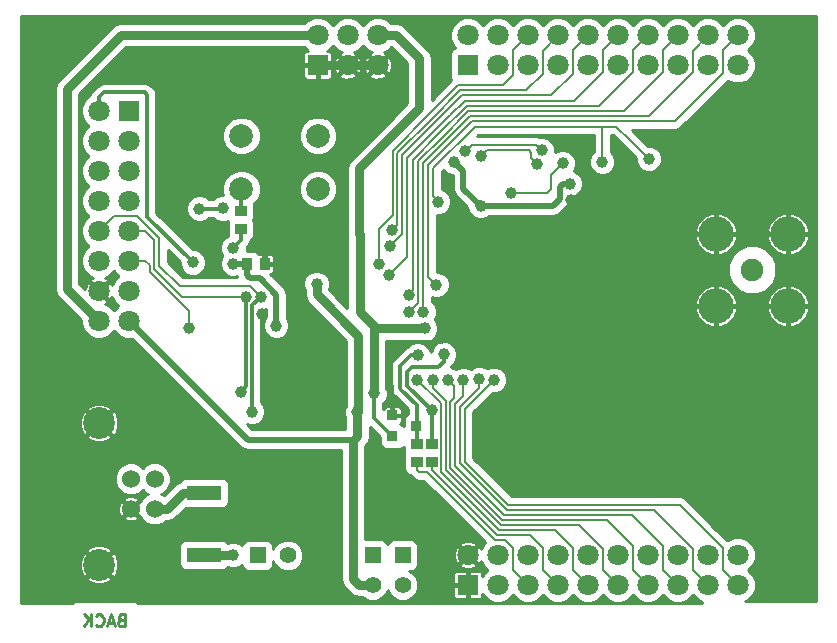
<source format=gbl>
G04 (created by PCBNEW-RS274X (2012-01-19 BZR 3256)-stable) date Mon 11 Jun 2012 01:46:52 PM EEST*
G01*
G70*
G90*
%MOIN*%
G04 Gerber Fmt 3.4, Leading zero omitted, Abs format*
%FSLAX34Y34*%
G04 APERTURE LIST*
%ADD10C,0.006000*%
%ADD11C,0.009800*%
%ADD12R,0.036000X0.036000*%
%ADD13O,0.074800X0.074800*%
%ADD14O,0.118100X0.118100*%
%ADD15R,0.039400X0.035400*%
%ADD16R,0.070900X0.070900*%
%ADD17C,0.070900*%
%ADD18R,0.118100X0.049200*%
%ADD19R,0.055100X0.055100*%
%ADD20C,0.055100*%
%ADD21R,0.035400X0.039400*%
%ADD22C,0.060000*%
%ADD23C,0.106300*%
%ADD24R,0.224400X0.189000*%
%ADD25C,0.063000*%
%ADD26C,0.078700*%
%ADD27C,0.039400*%
%ADD28C,0.141700*%
%ADD29C,0.007900*%
%ADD30C,0.011800*%
%ADD31C,0.008000*%
%ADD32C,0.031500*%
%ADD33C,0.019700*%
G04 APERTURE END LIST*
G54D10*
G54D11*
X54019Y-44777D02*
X53963Y-44796D01*
X53944Y-44815D01*
X53925Y-44852D01*
X53925Y-44908D01*
X53944Y-44946D01*
X53963Y-44965D01*
X54000Y-44983D01*
X54150Y-44983D01*
X54150Y-44589D01*
X54019Y-44589D01*
X53981Y-44608D01*
X53963Y-44627D01*
X53944Y-44665D01*
X53944Y-44702D01*
X53963Y-44740D01*
X53981Y-44758D01*
X54019Y-44777D01*
X54150Y-44777D01*
X53775Y-44871D02*
X53587Y-44871D01*
X53812Y-44983D02*
X53681Y-44589D01*
X53550Y-44983D01*
X53193Y-44946D02*
X53212Y-44965D01*
X53268Y-44983D01*
X53306Y-44983D01*
X53362Y-44965D01*
X53399Y-44927D01*
X53418Y-44890D01*
X53437Y-44815D01*
X53437Y-44758D01*
X53418Y-44683D01*
X53399Y-44646D01*
X53362Y-44608D01*
X53306Y-44589D01*
X53268Y-44589D01*
X53212Y-44608D01*
X53193Y-44627D01*
X53024Y-44983D02*
X53024Y-44589D01*
X52799Y-44983D02*
X52968Y-44758D01*
X52799Y-44589D02*
X53024Y-44815D01*
G54D12*
X63065Y-37957D03*
X63065Y-38657D03*
X63865Y-38307D03*
G54D13*
X75059Y-33101D03*
G54D14*
X73858Y-31900D03*
X76260Y-31900D03*
X76260Y-34302D03*
X73858Y-34302D03*
G54D15*
X58016Y-31733D03*
X58016Y-31141D03*
X63878Y-38917D03*
X63878Y-39509D03*
X64370Y-38917D03*
X64370Y-39509D03*
G54D16*
X65579Y-43610D03*
G54D17*
X66579Y-43610D03*
X67579Y-43610D03*
X68579Y-43610D03*
X69579Y-43610D03*
X70579Y-43610D03*
X71579Y-43610D03*
X72579Y-43610D03*
X73579Y-43610D03*
X74579Y-43610D03*
X74579Y-42610D03*
X73579Y-42610D03*
X72579Y-42610D03*
X71579Y-42610D03*
X70579Y-42610D03*
X69579Y-42610D03*
X68579Y-42610D03*
X67579Y-42610D03*
X66579Y-42610D03*
X65579Y-42610D03*
G54D16*
X65579Y-26287D03*
G54D17*
X66579Y-26287D03*
X67579Y-26287D03*
X68579Y-26287D03*
X69579Y-26287D03*
X70579Y-26287D03*
X71579Y-26287D03*
X72579Y-26287D03*
X73579Y-26287D03*
X74579Y-26287D03*
X74579Y-25287D03*
X73579Y-25287D03*
X72579Y-25287D03*
X71579Y-25287D03*
X70579Y-25287D03*
X69579Y-25287D03*
X68579Y-25287D03*
X67579Y-25287D03*
X66579Y-25287D03*
X65579Y-25287D03*
G54D18*
X56791Y-40541D03*
X56791Y-42607D03*
G54D19*
X63402Y-42610D03*
G54D20*
X63402Y-43610D03*
G54D19*
X58574Y-42622D03*
G54D20*
X59574Y-42622D03*
G54D19*
X62402Y-42610D03*
G54D20*
X62402Y-43610D03*
G54D21*
X58228Y-32903D03*
X58820Y-32903D03*
G54D16*
X60575Y-26287D03*
G54D17*
X61575Y-26287D03*
X62575Y-26287D03*
X62575Y-25287D03*
X61575Y-25287D03*
X60575Y-25287D03*
G54D22*
X55137Y-41071D03*
X55137Y-40071D03*
X54350Y-40071D03*
X54350Y-41071D03*
G54D23*
X53287Y-42933D03*
X53287Y-38209D03*
G54D16*
X54280Y-27799D03*
G54D17*
X53280Y-27799D03*
X54280Y-28799D03*
X53280Y-28799D03*
X54280Y-29799D03*
X53280Y-29799D03*
X54280Y-30799D03*
X53280Y-30799D03*
X54280Y-31799D03*
X53280Y-31799D03*
X54280Y-32799D03*
X53280Y-32799D03*
X54280Y-33799D03*
X53280Y-33799D03*
X54280Y-34799D03*
X53280Y-34799D03*
G54D24*
X68699Y-33387D03*
G54D25*
X69447Y-33958D03*
X68699Y-33958D03*
X67951Y-33958D03*
X69447Y-33387D03*
X68699Y-33387D03*
X67951Y-33387D03*
X69447Y-32816D03*
X68699Y-32816D03*
X67951Y-32816D03*
G54D26*
X58031Y-30404D03*
X60591Y-28632D03*
X58031Y-28632D03*
X60591Y-30404D03*
G54D27*
X58002Y-37165D03*
X58179Y-33996D03*
X58681Y-33996D03*
X58386Y-37835D03*
X56289Y-35030D03*
X63622Y-34508D03*
X63602Y-33957D03*
X62953Y-33287D03*
X62972Y-32323D03*
X63051Y-31791D03*
X62618Y-32894D03*
X68041Y-29114D03*
X65492Y-29154D03*
X67884Y-29577D03*
X66014Y-29311D03*
X63898Y-36772D03*
X67028Y-30551D03*
X68740Y-29547D03*
X64409Y-36772D03*
X64921Y-36772D03*
X65433Y-36772D03*
X65955Y-36742D03*
X66457Y-36772D03*
X64528Y-33602D03*
X64094Y-34508D03*
X57409Y-31059D03*
X56634Y-31063D03*
X70059Y-29508D03*
X64587Y-30837D03*
X71614Y-29409D03*
X57766Y-32372D03*
X63907Y-35955D03*
X56417Y-32854D03*
X64783Y-35925D03*
X64370Y-37776D03*
X51181Y-35827D03*
X51181Y-38583D03*
X59016Y-32264D03*
X51181Y-43307D03*
X51181Y-40945D03*
X76772Y-24980D03*
X76772Y-35433D03*
X67520Y-40276D03*
X71654Y-28740D03*
X73081Y-34823D03*
X72047Y-30709D03*
X71929Y-34154D03*
X71949Y-31358D03*
X74803Y-29528D03*
X76772Y-36220D03*
X70728Y-39921D03*
X70236Y-40492D03*
X72982Y-31535D03*
X77028Y-32736D03*
X70728Y-39055D03*
X69016Y-30768D03*
X75591Y-25984D03*
X72047Y-29921D03*
X73622Y-30709D03*
X74803Y-28346D03*
X56319Y-39783D03*
X73622Y-29528D03*
X72362Y-29213D03*
X51181Y-27953D03*
X75984Y-29528D03*
X73622Y-36220D03*
X56299Y-28346D03*
X74803Y-31949D03*
X75591Y-24980D03*
X59724Y-27618D03*
X74803Y-30709D03*
X72077Y-34833D03*
X62677Y-40669D03*
X58720Y-34577D03*
X66969Y-36457D03*
X65079Y-35118D03*
X71289Y-32864D03*
X70728Y-40492D03*
X57047Y-41831D03*
X60551Y-32903D03*
X72431Y-31535D03*
X70728Y-38248D03*
X72451Y-31998D03*
X72559Y-34823D03*
X73002Y-32018D03*
G54D28*
X74213Y-40354D03*
G54D27*
X70689Y-37441D03*
X76378Y-42913D03*
X75984Y-42126D03*
X73622Y-38583D03*
G54D28*
X56732Y-26496D03*
G54D27*
X72835Y-39764D03*
X76772Y-37402D03*
X76772Y-39764D03*
X76772Y-42126D03*
X76772Y-40945D03*
X76772Y-38583D03*
X75984Y-36220D03*
X75984Y-38583D03*
X75984Y-40945D03*
X75984Y-43701D03*
X75295Y-34252D03*
X72608Y-33691D03*
X72992Y-33976D03*
X72470Y-34173D03*
X75984Y-35433D03*
X75984Y-37402D03*
X76772Y-25984D03*
X74803Y-38583D03*
X72835Y-37402D03*
X72835Y-38583D03*
X76772Y-43701D03*
X74803Y-36220D03*
X51181Y-33071D03*
X59449Y-40059D03*
X64665Y-43701D03*
X59449Y-39370D03*
X51181Y-25591D03*
X58661Y-40157D03*
X51181Y-30709D03*
X74803Y-37402D03*
X62431Y-39134D03*
X63622Y-40394D03*
X63120Y-39370D03*
X74803Y-34252D03*
X54331Y-36220D03*
X55512Y-37402D03*
X73622Y-37402D03*
X54331Y-26378D03*
X54331Y-43307D03*
X64665Y-42421D03*
X58661Y-40945D03*
X58661Y-39370D03*
X75984Y-28346D03*
X65315Y-31161D03*
X56319Y-41339D03*
X56339Y-39075D03*
X74409Y-27559D03*
X65984Y-39232D03*
X73622Y-35433D03*
X63022Y-41201D03*
X75335Y-31949D03*
X66890Y-40157D03*
X69646Y-39232D03*
X73228Y-28346D03*
X75591Y-27165D03*
X72441Y-35433D03*
X76772Y-27165D03*
X76772Y-29528D03*
X76772Y-30709D03*
X75984Y-30709D03*
X68976Y-40276D03*
X66358Y-39646D03*
X61417Y-27953D03*
X61319Y-29469D03*
X76772Y-28346D03*
X68268Y-40276D03*
X74803Y-35433D03*
X75984Y-39764D03*
X64843Y-31949D03*
X72835Y-30315D03*
X72835Y-36220D03*
X68307Y-39232D03*
X68996Y-39232D03*
X77028Y-33543D03*
X63287Y-27224D03*
X65118Y-29498D03*
X66004Y-30965D03*
X68976Y-30236D03*
X62461Y-37224D03*
X64154Y-35059D03*
X60541Y-33573D03*
X61900Y-37844D03*
X57755Y-42607D03*
X57756Y-32903D03*
X59193Y-34970D03*
G54D29*
X54811Y-31799D02*
X55128Y-32116D01*
G54D30*
X58179Y-36988D02*
X58002Y-37165D01*
G54D29*
X56053Y-33996D02*
X58179Y-33996D01*
G54D30*
X58179Y-33996D02*
X58179Y-36988D01*
G54D29*
X54280Y-31799D02*
X54811Y-31799D01*
X55128Y-33071D02*
X55128Y-32116D01*
X56053Y-33996D02*
X55128Y-33071D01*
X53280Y-31799D02*
X53290Y-31799D01*
X58031Y-33642D02*
X58327Y-33642D01*
X53280Y-31799D02*
X53280Y-31803D01*
G54D30*
X58386Y-34291D02*
X58386Y-37835D01*
G54D29*
X54557Y-31299D02*
X55295Y-32037D01*
X55975Y-33642D02*
X58031Y-33642D01*
G54D30*
X58681Y-33996D02*
X58386Y-34291D01*
G54D29*
X58327Y-33642D02*
X58681Y-33996D01*
X53290Y-31799D02*
X53790Y-31299D01*
X55295Y-32037D02*
X55295Y-32962D01*
X55295Y-32962D02*
X55975Y-33642D01*
X53790Y-31299D02*
X54557Y-31299D01*
X54817Y-32799D02*
X54970Y-32952D01*
X54970Y-33160D02*
X56289Y-34479D01*
X54817Y-32799D02*
X54280Y-32799D01*
X56289Y-34479D02*
X56289Y-35030D01*
X54970Y-32952D02*
X54970Y-33160D01*
X63917Y-34213D02*
X63622Y-34508D01*
X70798Y-27805D02*
X72087Y-26516D01*
X63917Y-33150D02*
X63917Y-34213D01*
X63917Y-31339D02*
X63917Y-29488D01*
X63917Y-31339D02*
X63917Y-33150D01*
X64704Y-28701D02*
X63917Y-29488D01*
X65600Y-27805D02*
X70798Y-27805D01*
G54D31*
X72087Y-25779D02*
X72579Y-25287D01*
G54D29*
X63917Y-31339D02*
X63917Y-31339D01*
X64704Y-28701D02*
X65600Y-27805D01*
G54D31*
X72087Y-26516D02*
X72087Y-25779D01*
G54D29*
X65541Y-27628D02*
X69961Y-27628D01*
G54D31*
X71083Y-25783D02*
X71579Y-25287D01*
G54D29*
X63740Y-33012D02*
X63740Y-33780D01*
X63740Y-31398D02*
X63740Y-31398D01*
X64626Y-28543D02*
X65541Y-27628D01*
X63740Y-31398D02*
X63740Y-29428D01*
X64625Y-28543D02*
X64626Y-28543D01*
X63740Y-33780D02*
X63602Y-33957D01*
X64625Y-28543D02*
X63740Y-29428D01*
X63740Y-31398D02*
X63740Y-33012D01*
G54D31*
X71083Y-26506D02*
X71083Y-25783D01*
G54D29*
X69961Y-27628D02*
X71083Y-26506D01*
X64547Y-28385D02*
X64979Y-27953D01*
X63563Y-32677D02*
X62953Y-33287D01*
G54D31*
X70079Y-26515D02*
X69133Y-27461D01*
X69133Y-27461D02*
X65471Y-27461D01*
G54D29*
X63563Y-31496D02*
X63563Y-31496D01*
G54D31*
X70079Y-25787D02*
X70079Y-26515D01*
G54D29*
X64547Y-28386D02*
X64547Y-28385D01*
X63563Y-31496D02*
X63563Y-29369D01*
X64547Y-28386D02*
X64546Y-28386D01*
G54D31*
X65471Y-27461D02*
X64979Y-27953D01*
X70079Y-25787D02*
X70579Y-25287D01*
G54D29*
X64546Y-28386D02*
X63563Y-29369D01*
X63563Y-31496D02*
X63563Y-32677D01*
G54D31*
X63386Y-29292D02*
X65395Y-27283D01*
G54D29*
X63386Y-29310D02*
X63387Y-29310D01*
G54D31*
X69075Y-26567D02*
X69075Y-25791D01*
X65395Y-27283D02*
X68359Y-27283D01*
X68359Y-27283D02*
X69075Y-26567D01*
X63386Y-29310D02*
X63386Y-29292D01*
G54D29*
X63386Y-31574D02*
X63386Y-31909D01*
X63386Y-31574D02*
X63386Y-29310D01*
X63386Y-31574D02*
X63386Y-31574D01*
G54D31*
X69075Y-25791D02*
X69579Y-25287D01*
G54D29*
X63386Y-31909D02*
X62972Y-32323D01*
X64371Y-28070D02*
X65335Y-27106D01*
G54D31*
X68071Y-25795D02*
X68071Y-26564D01*
G54D29*
X67529Y-27106D02*
X65335Y-27106D01*
X63052Y-31791D02*
X63228Y-31615D01*
G54D31*
X68071Y-26564D02*
X67529Y-27106D01*
G54D29*
X63051Y-31791D02*
X63052Y-31791D01*
X63228Y-29213D02*
X64371Y-28070D01*
G54D31*
X68071Y-25795D02*
X68579Y-25287D01*
G54D29*
X63228Y-31615D02*
X63228Y-29213D01*
X64291Y-27913D02*
X64293Y-27913D01*
X64293Y-27913D02*
X64292Y-27914D01*
G54D31*
X67579Y-25287D02*
X67087Y-25779D01*
G54D29*
X64292Y-27914D02*
X63071Y-29134D01*
X63071Y-31280D02*
X62618Y-31732D01*
X63071Y-29134D02*
X63071Y-31280D01*
X62618Y-31732D02*
X62618Y-32894D01*
G54D31*
X67087Y-25779D02*
X67087Y-26605D01*
G54D29*
X64293Y-27912D02*
X64293Y-27913D01*
X64293Y-27912D02*
X65266Y-26939D01*
G54D31*
X67087Y-26605D02*
X66753Y-26939D01*
G54D29*
X65266Y-26939D02*
X66753Y-26939D01*
X67864Y-28937D02*
X68041Y-29114D01*
X65492Y-29154D02*
X65709Y-28937D01*
X65709Y-28937D02*
X67864Y-28937D01*
X66221Y-29103D02*
X67607Y-29103D01*
G54D31*
X66221Y-29103D02*
X66014Y-29311D01*
G54D29*
X67697Y-29193D02*
X67697Y-29390D01*
X67697Y-29390D02*
X67884Y-29577D01*
X67607Y-29103D02*
X67697Y-29193D01*
G54D31*
X69075Y-43101D02*
X69075Y-42373D01*
G54D29*
X69579Y-43605D02*
X69075Y-43101D01*
X64685Y-39804D02*
X64685Y-37894D01*
X64685Y-37894D02*
X64685Y-37559D01*
G54D31*
X64685Y-39804D02*
X64685Y-39853D01*
G54D29*
X69579Y-43610D02*
X69579Y-43605D01*
X64685Y-37559D02*
X63898Y-36772D01*
G54D31*
X64685Y-39853D02*
X66613Y-41781D01*
X68483Y-41781D02*
X69075Y-42373D01*
X66613Y-41781D02*
X68483Y-41781D01*
G54D29*
X63898Y-36772D02*
X63898Y-36772D01*
G54D31*
X67028Y-30551D02*
X67480Y-30551D01*
X68346Y-29941D02*
X68740Y-29547D01*
X68346Y-30414D02*
X68346Y-29941D01*
X67480Y-30551D02*
X68209Y-30551D01*
X68209Y-30551D02*
X68346Y-30414D01*
X69281Y-41614D02*
X66682Y-41614D01*
G54D29*
X64409Y-37049D02*
X64409Y-36772D01*
G54D31*
X70079Y-43111D02*
X70079Y-42412D01*
G54D29*
X70578Y-43610D02*
X70579Y-43610D01*
X64843Y-39725D02*
X64843Y-37483D01*
G54D31*
X64843Y-39725D02*
X64843Y-39784D01*
X70079Y-42412D02*
X69281Y-41614D01*
G54D29*
X70578Y-43610D02*
X70079Y-43111D01*
G54D31*
X64843Y-39784D02*
X66673Y-41614D01*
X66682Y-41614D02*
X66673Y-41614D01*
G54D29*
X64843Y-37483D02*
X64409Y-37049D01*
X65118Y-37382D02*
X65118Y-36968D01*
X71579Y-43606D02*
X71083Y-43110D01*
X65000Y-39645D02*
X65000Y-37500D01*
G54D31*
X66732Y-41447D02*
X70227Y-41447D01*
G54D29*
X65000Y-37500D02*
X65118Y-37382D01*
G54D31*
X70227Y-41447D02*
X71083Y-42303D01*
X65000Y-39645D02*
X65000Y-39715D01*
X71083Y-42303D02*
X71083Y-43110D01*
G54D29*
X71579Y-43610D02*
X71579Y-43606D01*
X65118Y-36968D02*
X64921Y-36772D01*
G54D31*
X65000Y-39715D02*
X66732Y-41447D01*
G54D29*
X65158Y-37578D02*
X65433Y-37303D01*
G54D31*
X65158Y-39568D02*
X65158Y-39637D01*
X71054Y-41280D02*
X72087Y-42313D01*
X72087Y-42313D02*
X72087Y-43120D01*
X65158Y-39637D02*
X66801Y-41280D01*
G54D29*
X72579Y-43610D02*
X72577Y-43610D01*
X72577Y-43610D02*
X72087Y-43120D01*
X65433Y-37303D02*
X65433Y-36772D01*
X65158Y-39568D02*
X65158Y-37578D01*
G54D31*
X66801Y-41280D02*
X71054Y-41280D01*
X65317Y-37666D02*
X65317Y-39480D01*
X73081Y-42402D02*
X73081Y-43112D01*
X73081Y-43112D02*
X73579Y-43610D01*
X65955Y-36742D02*
X65955Y-37028D01*
X66870Y-41112D02*
X71791Y-41112D01*
X65955Y-37028D02*
X65317Y-37666D01*
X71791Y-41112D02*
X73081Y-42402D01*
X65317Y-39480D02*
X65317Y-39559D01*
X65317Y-39559D02*
X66870Y-41112D01*
X65482Y-37736D02*
X65482Y-39498D01*
X74075Y-43106D02*
X74579Y-43610D01*
X65482Y-39498D02*
X66929Y-40945D01*
X66457Y-36772D02*
X66446Y-36772D01*
X66446Y-36772D02*
X65482Y-37736D01*
X66929Y-40945D02*
X72638Y-40945D01*
X74075Y-42382D02*
X74075Y-43106D01*
X72638Y-40945D02*
X74075Y-42382D01*
G54D29*
X65729Y-28149D02*
X72479Y-28149D01*
X64252Y-31181D02*
X64252Y-33327D01*
G54D31*
X74075Y-25791D02*
X74075Y-26553D01*
G54D29*
X64862Y-29016D02*
X64862Y-29016D01*
G54D31*
X74579Y-25287D02*
X74075Y-25791D01*
G54D29*
X64252Y-33327D02*
X64528Y-33602D01*
X64252Y-31181D02*
X64252Y-29626D01*
X65729Y-28149D02*
X64862Y-29016D01*
X64252Y-29626D02*
X64255Y-29623D01*
G54D31*
X74075Y-26553D02*
X72479Y-28149D01*
G54D29*
X64862Y-29016D02*
X64255Y-29623D01*
X64784Y-28858D02*
X65660Y-27982D01*
X65660Y-27982D02*
X71613Y-27982D01*
G54D31*
X73071Y-26524D02*
X73071Y-25795D01*
G54D29*
X71613Y-27982D02*
X73071Y-26524D01*
X64094Y-31260D02*
X64094Y-29548D01*
X64094Y-31260D02*
X64094Y-31260D01*
X64094Y-33525D02*
X64094Y-34508D01*
X64094Y-31260D02*
X64094Y-33525D01*
X64784Y-28858D02*
X64094Y-29548D01*
G54D31*
X73071Y-25795D02*
X73579Y-25287D01*
G54D30*
X56634Y-31063D02*
X57405Y-31063D01*
X57405Y-31063D02*
X57409Y-31059D01*
G54D29*
X64419Y-29715D02*
X64419Y-30659D01*
G54D30*
X58016Y-31141D02*
X58016Y-30419D01*
G54D29*
X71417Y-29213D02*
X70974Y-28770D01*
G54D31*
X70059Y-28327D02*
X70531Y-28327D01*
G54D30*
X58016Y-30419D02*
X58031Y-30404D01*
G54D31*
X71417Y-29213D02*
X71614Y-29409D01*
G54D29*
X64419Y-30659D02*
X64587Y-30837D01*
G54D31*
X65807Y-28327D02*
X70059Y-28327D01*
X70531Y-28327D02*
X70974Y-28770D01*
G54D29*
X65807Y-28327D02*
X64419Y-29715D01*
G54D31*
X70059Y-28327D02*
X70059Y-29508D01*
G54D30*
X58016Y-32122D02*
X57766Y-32372D01*
X58016Y-31733D02*
X58016Y-32122D01*
X63317Y-36309D02*
X63317Y-37057D01*
X63878Y-38320D02*
X63878Y-38917D01*
X63671Y-35955D02*
X63317Y-36309D01*
X63878Y-37618D02*
X63366Y-37106D01*
X63907Y-35955D02*
X63671Y-35955D01*
X63317Y-37057D02*
X63366Y-37106D01*
X63878Y-38320D02*
X63878Y-37618D01*
X54892Y-31329D02*
X54892Y-27264D01*
X54892Y-27264D02*
X54804Y-27176D01*
X53454Y-27176D02*
X53280Y-27350D01*
X54804Y-27176D02*
X53454Y-27176D01*
X56417Y-32854D02*
X54892Y-31329D01*
X53280Y-27350D02*
X53280Y-27799D01*
X63563Y-36969D02*
X63563Y-36516D01*
X64783Y-35925D02*
X64783Y-36171D01*
X64783Y-36171D02*
X64596Y-36358D01*
X64370Y-38917D02*
X64370Y-37776D01*
X64596Y-36358D02*
X63721Y-36358D01*
X63721Y-36358D02*
X63563Y-36516D01*
X64370Y-37776D02*
X63563Y-36969D01*
G54D29*
X76772Y-24980D02*
X75591Y-24980D01*
G54D30*
X73858Y-34302D02*
X73858Y-38149D01*
G54D29*
X63209Y-41201D02*
X62677Y-40669D01*
G54D31*
X72687Y-35640D02*
X73386Y-35640D01*
G54D29*
X71654Y-28740D02*
X72441Y-28740D01*
X70728Y-39055D02*
X70689Y-39193D01*
G54D30*
X73858Y-38149D02*
X74213Y-40354D01*
G54D31*
X72441Y-35433D02*
X72687Y-35640D01*
G54D29*
X66379Y-39646D02*
X66358Y-39646D01*
X56339Y-39075D02*
X56319Y-39095D01*
X72835Y-30315D02*
X73622Y-29528D01*
X72047Y-29921D02*
X72047Y-30709D01*
X56319Y-39095D02*
X56319Y-39783D01*
X76772Y-27165D02*
X76772Y-25984D01*
G54D31*
X71929Y-34468D02*
X71929Y-34154D01*
G54D30*
X68699Y-32411D02*
X68699Y-32394D01*
G54D29*
X72835Y-36220D02*
X73622Y-36220D01*
G54D30*
X65079Y-35148D02*
X64715Y-35512D01*
X67539Y-34380D02*
X67539Y-32411D01*
X69862Y-32411D02*
X69862Y-34380D01*
X65079Y-35118D02*
X65079Y-35148D01*
X68682Y-32411D02*
X67500Y-32411D01*
X64715Y-35512D02*
X63189Y-35512D01*
G54D29*
X68976Y-39902D02*
X68976Y-40276D01*
G54D32*
X60575Y-26287D02*
X61575Y-26287D01*
X62575Y-26287D02*
X61575Y-26287D01*
G54D30*
X69862Y-34380D02*
X67539Y-34380D01*
G54D31*
X72992Y-32008D02*
X72992Y-31998D01*
X72382Y-31516D02*
X72431Y-31535D01*
G54D30*
X68699Y-32394D02*
X68682Y-32411D01*
G54D31*
X73081Y-34823D02*
X72559Y-34823D01*
G54D30*
X63065Y-36972D02*
X62972Y-36879D01*
G54D29*
X77028Y-32736D02*
X77028Y-33543D01*
X70728Y-39921D02*
X70728Y-40492D01*
X70709Y-37461D02*
X70728Y-38248D01*
X70689Y-37441D02*
X70709Y-37461D01*
G54D31*
X72224Y-31358D02*
X72382Y-31516D01*
X71289Y-32864D02*
X71299Y-32854D01*
G54D30*
X63065Y-36972D02*
X63065Y-37957D01*
G54D31*
X71299Y-32854D02*
X71319Y-32854D01*
G54D30*
X67539Y-32411D02*
X67500Y-32411D01*
G54D33*
X58820Y-32460D02*
X59016Y-32264D01*
G54D30*
X67539Y-34380D02*
X67470Y-34380D01*
X62972Y-36879D02*
X62972Y-35729D01*
G54D31*
X71929Y-34154D02*
X72372Y-34144D01*
G54D29*
X74409Y-27559D02*
X73622Y-28346D01*
G54D31*
X73622Y-35433D02*
X74803Y-35433D01*
X72372Y-34144D02*
X72470Y-34173D01*
G54D29*
X70689Y-39193D02*
X70728Y-39921D01*
G54D31*
X59449Y-40059D02*
X59449Y-39370D01*
G54D30*
X68699Y-33387D02*
X68699Y-32411D01*
G54D31*
X74803Y-35433D02*
X74803Y-34252D01*
G54D33*
X58820Y-32460D02*
X58820Y-32903D01*
G54D30*
X69862Y-34380D02*
X69862Y-34409D01*
G54D29*
X68307Y-39232D02*
X68996Y-39232D01*
X63022Y-41201D02*
X63209Y-41201D01*
G54D31*
X72982Y-31535D02*
X72972Y-31535D01*
G54D29*
X73622Y-28346D02*
X73228Y-28346D01*
G54D31*
X71929Y-34468D02*
X72077Y-34833D01*
G54D29*
X56811Y-41831D02*
X57047Y-41831D01*
G54D31*
X71949Y-31358D02*
X72224Y-31358D01*
G54D29*
X76772Y-29528D02*
X76772Y-28346D01*
X75984Y-30709D02*
X76772Y-30709D01*
X75591Y-25984D02*
X75591Y-27165D01*
X59646Y-27224D02*
X63287Y-27224D01*
X74803Y-31949D02*
X74823Y-31969D01*
X74823Y-31969D02*
X75335Y-31949D01*
X61417Y-27953D02*
X61319Y-28405D01*
X61319Y-28405D02*
X61319Y-29469D01*
X66890Y-40157D02*
X66379Y-39646D01*
X74803Y-29528D02*
X75984Y-29528D01*
X56319Y-41339D02*
X56811Y-41831D01*
X68268Y-40276D02*
X67520Y-40276D01*
X59724Y-27618D02*
X59646Y-27224D01*
G54D31*
X74803Y-35433D02*
X75984Y-35433D01*
G54D29*
X73622Y-30709D02*
X74803Y-30709D01*
X72441Y-28740D02*
X72362Y-29213D01*
X65315Y-31161D02*
X64843Y-31633D01*
X69646Y-39232D02*
X68976Y-39902D01*
G54D31*
X73002Y-32018D02*
X72992Y-32008D01*
G54D30*
X63189Y-35512D02*
X62972Y-35729D01*
G54D29*
X64843Y-31633D02*
X64843Y-31949D01*
G54D30*
X68699Y-32411D02*
X69862Y-32411D01*
G54D29*
X75984Y-28346D02*
X74803Y-28346D01*
G54D32*
X52224Y-27067D02*
X52224Y-33743D01*
G54D33*
X65433Y-29813D02*
X65433Y-30000D01*
G54D32*
X62520Y-35059D02*
X64154Y-35059D01*
G54D33*
X66004Y-30965D02*
X66004Y-30965D01*
G54D32*
X63201Y-25287D02*
X63967Y-26053D01*
G54D30*
X62461Y-37224D02*
X62461Y-38053D01*
G54D32*
X60575Y-25287D02*
X54004Y-25287D01*
X62575Y-25287D02*
X63200Y-25287D01*
G54D33*
X68976Y-30236D02*
X68739Y-30236D01*
X66358Y-30965D02*
X68406Y-30965D01*
X66004Y-30965D02*
X65433Y-30394D01*
G54D32*
X54004Y-25287D02*
X52224Y-27067D01*
G54D33*
X68739Y-30236D02*
X68642Y-30333D01*
X68642Y-30333D02*
X68642Y-30729D01*
X66004Y-30965D02*
X66358Y-30965D01*
G54D32*
X63967Y-27716D02*
X61968Y-29715D01*
G54D33*
X65118Y-29498D02*
X65433Y-29813D01*
G54D32*
X52224Y-33743D02*
X53280Y-34799D01*
X63200Y-25287D02*
X63201Y-25287D01*
X62461Y-35059D02*
X62520Y-35059D01*
G54D33*
X53280Y-34799D02*
X53280Y-34806D01*
G54D32*
X61968Y-29715D02*
X61968Y-31900D01*
G54D30*
X62461Y-38053D02*
X63065Y-38657D01*
G54D33*
X68642Y-30729D02*
X68406Y-30965D01*
G54D32*
X61969Y-34508D02*
X62520Y-35059D01*
X61969Y-31899D02*
X61969Y-34508D01*
X62461Y-37224D02*
X62461Y-35059D01*
G54D33*
X65433Y-30000D02*
X65433Y-30394D01*
G54D32*
X63967Y-26053D02*
X63967Y-27716D01*
X61968Y-31900D02*
X61969Y-31899D01*
X60541Y-33573D02*
X60541Y-33926D01*
X61956Y-43610D02*
X61742Y-43396D01*
G54D33*
X58239Y-38760D02*
X61772Y-38760D01*
G54D32*
X61742Y-43396D02*
X61742Y-38809D01*
G54D33*
X54280Y-34801D02*
X58239Y-38760D01*
G54D32*
X61909Y-35294D02*
X61909Y-37844D01*
X61900Y-38651D02*
X61742Y-38809D01*
G54D30*
X61900Y-37844D02*
X61909Y-37844D01*
G54D33*
X54280Y-34799D02*
X54280Y-34801D01*
G54D32*
X61956Y-43610D02*
X62402Y-43610D01*
X61900Y-37844D02*
X61900Y-38651D01*
X60541Y-33926D02*
X61909Y-35294D01*
G54D29*
X63878Y-39764D02*
X63957Y-39843D01*
X63878Y-39509D02*
X63878Y-39764D01*
X63957Y-39843D02*
X64213Y-39843D01*
X67576Y-43610D02*
X67579Y-43610D01*
X66477Y-42107D02*
X64685Y-40315D01*
X67576Y-43610D02*
X67087Y-43121D01*
X66819Y-42107D02*
X66477Y-42107D01*
X67087Y-42375D02*
X66819Y-42107D01*
X67087Y-43121D02*
X67087Y-42375D01*
X64213Y-39843D02*
X64685Y-40315D01*
G54D31*
X64370Y-39744D02*
X64370Y-39764D01*
X64370Y-39764D02*
X66556Y-41950D01*
G54D29*
X68579Y-43608D02*
X68579Y-43610D01*
G54D31*
X67639Y-41949D02*
X66555Y-41949D01*
G54D29*
X68579Y-43608D02*
X68071Y-43100D01*
G54D31*
X66555Y-41949D02*
X66556Y-41950D01*
X68071Y-43100D02*
X68071Y-42381D01*
G54D29*
X67639Y-41949D02*
X68071Y-42381D01*
X64370Y-39509D02*
X64370Y-39744D01*
G54D32*
X55561Y-41073D02*
X55138Y-41073D01*
X56791Y-40541D02*
X56093Y-40541D01*
X56093Y-40541D02*
X55561Y-41073D01*
X57755Y-42607D02*
X56791Y-42607D01*
G54D33*
X58228Y-33286D02*
X58228Y-32903D01*
X59193Y-34970D02*
X59193Y-33927D01*
X58642Y-33376D02*
X58318Y-33376D01*
X59193Y-33927D02*
X58642Y-33376D01*
X58228Y-33286D02*
X58318Y-33376D01*
X58228Y-32903D02*
X57756Y-32903D01*
G54D10*
G36*
X63564Y-27549D02*
X63049Y-28064D01*
X63049Y-26371D01*
X63045Y-26183D01*
X62982Y-26027D01*
X62913Y-25990D01*
X62616Y-26287D01*
X62913Y-26584D01*
X62982Y-26547D01*
X63049Y-26371D01*
X63049Y-28064D01*
X62872Y-28241D01*
X62872Y-26625D01*
X62575Y-26328D01*
X62534Y-26369D01*
X62534Y-26287D01*
X62237Y-25990D01*
X62168Y-26027D01*
X62101Y-26203D01*
X62105Y-26391D01*
X62168Y-26547D01*
X62237Y-26584D01*
X62534Y-26287D01*
X62534Y-26369D01*
X62278Y-26625D01*
X62315Y-26694D01*
X62491Y-26761D01*
X62679Y-26757D01*
X62835Y-26694D01*
X62872Y-26625D01*
X62872Y-28241D01*
X62049Y-29064D01*
X62049Y-26371D01*
X62045Y-26183D01*
X61982Y-26027D01*
X61913Y-25990D01*
X61616Y-26287D01*
X61913Y-26584D01*
X61982Y-26547D01*
X62049Y-26371D01*
X62049Y-29064D01*
X61872Y-29241D01*
X61872Y-26625D01*
X61575Y-26328D01*
X61534Y-26369D01*
X61534Y-26287D01*
X61237Y-25990D01*
X61168Y-26027D01*
X61101Y-26203D01*
X61105Y-26391D01*
X61168Y-26547D01*
X61237Y-26584D01*
X61534Y-26287D01*
X61534Y-26369D01*
X61278Y-26625D01*
X61315Y-26694D01*
X61491Y-26761D01*
X61679Y-26757D01*
X61835Y-26694D01*
X61872Y-26625D01*
X61872Y-29241D01*
X61683Y-29430D01*
X61596Y-29561D01*
X61565Y-29715D01*
X61565Y-31900D01*
X61566Y-31904D01*
X61566Y-34381D01*
X61230Y-34045D01*
X61230Y-30532D01*
X61230Y-30278D01*
X61230Y-28760D01*
X61230Y-28506D01*
X61133Y-28271D01*
X61057Y-28194D01*
X61057Y-26667D01*
X61057Y-26616D01*
X61057Y-26348D01*
X61025Y-26316D01*
X60604Y-26316D01*
X60604Y-26737D01*
X60636Y-26769D01*
X60954Y-26769D01*
X61001Y-26750D01*
X61037Y-26714D01*
X61057Y-26667D01*
X61057Y-28194D01*
X60954Y-28091D01*
X60719Y-27993D01*
X60546Y-27993D01*
X60546Y-26737D01*
X60546Y-26316D01*
X60125Y-26316D01*
X60093Y-26348D01*
X60093Y-26616D01*
X60093Y-26667D01*
X60113Y-26714D01*
X60149Y-26750D01*
X60196Y-26769D01*
X60514Y-26769D01*
X60546Y-26737D01*
X60546Y-27993D01*
X60465Y-27993D01*
X60230Y-28090D01*
X60050Y-28269D01*
X59952Y-28504D01*
X59952Y-28758D01*
X60049Y-28993D01*
X60228Y-29173D01*
X60463Y-29271D01*
X60717Y-29271D01*
X60952Y-29174D01*
X61132Y-28995D01*
X61230Y-28760D01*
X61230Y-30278D01*
X61133Y-30043D01*
X60954Y-29863D01*
X60719Y-29765D01*
X60465Y-29765D01*
X60230Y-29862D01*
X60050Y-30041D01*
X59952Y-30276D01*
X59952Y-30530D01*
X60049Y-30765D01*
X60228Y-30945D01*
X60463Y-31043D01*
X60717Y-31043D01*
X60952Y-30946D01*
X61132Y-30767D01*
X61230Y-30532D01*
X61230Y-34045D01*
X60944Y-33759D01*
X60944Y-33755D01*
X60983Y-33661D01*
X60983Y-33485D01*
X60916Y-33323D01*
X60791Y-33198D01*
X60629Y-33131D01*
X60453Y-33131D01*
X60291Y-33198D01*
X60166Y-33323D01*
X60099Y-33485D01*
X60099Y-33661D01*
X60138Y-33755D01*
X60138Y-33926D01*
X60169Y-34080D01*
X60256Y-34211D01*
X61506Y-35461D01*
X61506Y-37639D01*
X61458Y-37756D01*
X61458Y-37932D01*
X61497Y-38026D01*
X61497Y-38416D01*
X58381Y-38416D01*
X58204Y-38238D01*
X58298Y-38277D01*
X58474Y-38277D01*
X58636Y-38210D01*
X58761Y-38085D01*
X58828Y-37923D01*
X58828Y-37747D01*
X58761Y-37585D01*
X58691Y-37515D01*
X58691Y-34438D01*
X58769Y-34438D01*
X58849Y-34404D01*
X58849Y-34689D01*
X58818Y-34720D01*
X58751Y-34882D01*
X58751Y-35058D01*
X58818Y-35220D01*
X58943Y-35345D01*
X59105Y-35412D01*
X59281Y-35412D01*
X59443Y-35345D01*
X59568Y-35220D01*
X59635Y-35058D01*
X59635Y-34882D01*
X59568Y-34720D01*
X59537Y-34689D01*
X59537Y-33927D01*
X59511Y-33795D01*
X59436Y-33684D01*
X58980Y-33228D01*
X59022Y-33228D01*
X59069Y-33209D01*
X59105Y-33173D01*
X59125Y-33126D01*
X59125Y-33075D01*
X59125Y-32964D01*
X59125Y-32842D01*
X59125Y-32731D01*
X59125Y-32680D01*
X59105Y-32633D01*
X59069Y-32597D01*
X59022Y-32578D01*
X58881Y-32578D01*
X58849Y-32610D01*
X58849Y-32874D01*
X59093Y-32874D01*
X59125Y-32842D01*
X59125Y-32964D01*
X59093Y-32932D01*
X58898Y-32932D01*
X58849Y-32932D01*
X58791Y-32932D01*
X58791Y-32874D01*
X58791Y-32825D01*
X58791Y-32610D01*
X58759Y-32578D01*
X58618Y-32578D01*
X58617Y-32578D01*
X58613Y-32567D01*
X58544Y-32498D01*
X58453Y-32461D01*
X58356Y-32461D01*
X58207Y-32461D01*
X58208Y-32460D01*
X58208Y-32361D01*
X58229Y-32339D01*
X58231Y-32338D01*
X58232Y-32338D01*
X58298Y-32239D01*
X58319Y-32131D01*
X58352Y-32118D01*
X58421Y-32049D01*
X58458Y-31958D01*
X58458Y-31861D01*
X58458Y-31507D01*
X58429Y-31436D01*
X58458Y-31366D01*
X58458Y-31269D01*
X58458Y-30915D01*
X58447Y-30890D01*
X58572Y-30767D01*
X58670Y-30532D01*
X58670Y-30278D01*
X58670Y-28760D01*
X58670Y-28506D01*
X58573Y-28271D01*
X58394Y-28091D01*
X58159Y-27993D01*
X57905Y-27993D01*
X57670Y-28090D01*
X57490Y-28269D01*
X57392Y-28504D01*
X57392Y-28758D01*
X57489Y-28993D01*
X57668Y-29173D01*
X57903Y-29271D01*
X58157Y-29271D01*
X58392Y-29174D01*
X58572Y-28995D01*
X58670Y-28760D01*
X58670Y-30278D01*
X58573Y-30043D01*
X58394Y-29863D01*
X58159Y-29765D01*
X57905Y-29765D01*
X57670Y-29862D01*
X57490Y-30041D01*
X57392Y-30276D01*
X57392Y-30530D01*
X57427Y-30617D01*
X57321Y-30617D01*
X57159Y-30684D01*
X57085Y-30758D01*
X56954Y-30758D01*
X56884Y-30688D01*
X56722Y-30621D01*
X56546Y-30621D01*
X56384Y-30688D01*
X56259Y-30813D01*
X56192Y-30975D01*
X56192Y-31151D01*
X56259Y-31313D01*
X56384Y-31438D01*
X56546Y-31505D01*
X56722Y-31505D01*
X56884Y-31438D01*
X56954Y-31368D01*
X57093Y-31368D01*
X57159Y-31434D01*
X57321Y-31501D01*
X57497Y-31501D01*
X57592Y-31461D01*
X57574Y-31508D01*
X57574Y-31605D01*
X57574Y-31959D01*
X57578Y-31970D01*
X57516Y-31997D01*
X57391Y-32122D01*
X57324Y-32284D01*
X57324Y-32460D01*
X57391Y-32622D01*
X57401Y-32632D01*
X57381Y-32653D01*
X57314Y-32815D01*
X57314Y-32991D01*
X57381Y-33153D01*
X57506Y-33278D01*
X57668Y-33345D01*
X57844Y-33345D01*
X57891Y-33325D01*
X57897Y-33357D01*
X56093Y-33357D01*
X55580Y-32843D01*
X55580Y-32448D01*
X55975Y-32843D01*
X55975Y-32942D01*
X56042Y-33104D01*
X56167Y-33229D01*
X56329Y-33296D01*
X56505Y-33296D01*
X56667Y-33229D01*
X56792Y-33104D01*
X56859Y-32942D01*
X56859Y-32766D01*
X56792Y-32604D01*
X56667Y-32479D01*
X56505Y-32412D01*
X56406Y-32412D01*
X55197Y-31202D01*
X55197Y-27264D01*
X55174Y-27147D01*
X55108Y-27048D01*
X55105Y-27046D01*
X55020Y-26960D01*
X54921Y-26894D01*
X54804Y-26871D01*
X53454Y-26871D01*
X53337Y-26894D01*
X53238Y-26960D01*
X53064Y-27134D01*
X52998Y-27233D01*
X52990Y-27270D01*
X52941Y-27291D01*
X52772Y-27460D01*
X52681Y-27680D01*
X52681Y-27918D01*
X52772Y-28138D01*
X52933Y-28299D01*
X52772Y-28460D01*
X52681Y-28680D01*
X52681Y-28918D01*
X52772Y-29138D01*
X52933Y-29299D01*
X52772Y-29460D01*
X52681Y-29680D01*
X52681Y-29918D01*
X52772Y-30138D01*
X52933Y-30299D01*
X52772Y-30460D01*
X52681Y-30680D01*
X52681Y-30918D01*
X52772Y-31138D01*
X52933Y-31299D01*
X52772Y-31460D01*
X52681Y-31680D01*
X52681Y-31918D01*
X52772Y-32138D01*
X52933Y-32299D01*
X52772Y-32460D01*
X52681Y-32680D01*
X52681Y-32918D01*
X52772Y-33138D01*
X52941Y-33307D01*
X53084Y-33366D01*
X53020Y-33392D01*
X52983Y-33461D01*
X53280Y-33758D01*
X53577Y-33461D01*
X53540Y-33392D01*
X53474Y-33366D01*
X53619Y-33307D01*
X53780Y-33146D01*
X53933Y-33299D01*
X53772Y-33460D01*
X53712Y-33603D01*
X53687Y-33539D01*
X53618Y-33502D01*
X53321Y-33799D01*
X53618Y-34096D01*
X53687Y-34059D01*
X53712Y-33993D01*
X53772Y-34138D01*
X53933Y-34299D01*
X53780Y-34452D01*
X53619Y-34291D01*
X53475Y-34231D01*
X53540Y-34206D01*
X53577Y-34137D01*
X53315Y-33875D01*
X53280Y-33840D01*
X53239Y-33799D01*
X53204Y-33764D01*
X52942Y-33502D01*
X52873Y-33539D01*
X52806Y-33715D01*
X52806Y-33755D01*
X52627Y-33576D01*
X52627Y-27234D01*
X54171Y-25690D01*
X60131Y-25690D01*
X60236Y-25795D01*
X60260Y-25805D01*
X60196Y-25805D01*
X60149Y-25824D01*
X60113Y-25860D01*
X60093Y-25907D01*
X60093Y-25958D01*
X60093Y-26226D01*
X60125Y-26258D01*
X60497Y-26258D01*
X60546Y-26258D01*
X60604Y-26258D01*
X60653Y-26258D01*
X61025Y-26258D01*
X61057Y-26226D01*
X61057Y-25958D01*
X61057Y-25907D01*
X61037Y-25860D01*
X61001Y-25824D01*
X60954Y-25805D01*
X60889Y-25805D01*
X60914Y-25795D01*
X61075Y-25634D01*
X61236Y-25795D01*
X61379Y-25854D01*
X61315Y-25880D01*
X61278Y-25949D01*
X61575Y-26246D01*
X61872Y-25949D01*
X61835Y-25880D01*
X61769Y-25854D01*
X61914Y-25795D01*
X62075Y-25634D01*
X62236Y-25795D01*
X62379Y-25854D01*
X62315Y-25880D01*
X62278Y-25949D01*
X62575Y-26246D01*
X62872Y-25949D01*
X62835Y-25880D01*
X62769Y-25854D01*
X62914Y-25795D01*
X63019Y-25690D01*
X63034Y-25690D01*
X63564Y-26220D01*
X63564Y-27549D01*
X63564Y-27549D01*
G37*
G54D11*
X63564Y-27549D02*
X63049Y-28064D01*
X63049Y-26371D01*
X63045Y-26183D01*
X62982Y-26027D01*
X62913Y-25990D01*
X62616Y-26287D01*
X62913Y-26584D01*
X62982Y-26547D01*
X63049Y-26371D01*
X63049Y-28064D01*
X62872Y-28241D01*
X62872Y-26625D01*
X62575Y-26328D01*
X62534Y-26369D01*
X62534Y-26287D01*
X62237Y-25990D01*
X62168Y-26027D01*
X62101Y-26203D01*
X62105Y-26391D01*
X62168Y-26547D01*
X62237Y-26584D01*
X62534Y-26287D01*
X62534Y-26369D01*
X62278Y-26625D01*
X62315Y-26694D01*
X62491Y-26761D01*
X62679Y-26757D01*
X62835Y-26694D01*
X62872Y-26625D01*
X62872Y-28241D01*
X62049Y-29064D01*
X62049Y-26371D01*
X62045Y-26183D01*
X61982Y-26027D01*
X61913Y-25990D01*
X61616Y-26287D01*
X61913Y-26584D01*
X61982Y-26547D01*
X62049Y-26371D01*
X62049Y-29064D01*
X61872Y-29241D01*
X61872Y-26625D01*
X61575Y-26328D01*
X61534Y-26369D01*
X61534Y-26287D01*
X61237Y-25990D01*
X61168Y-26027D01*
X61101Y-26203D01*
X61105Y-26391D01*
X61168Y-26547D01*
X61237Y-26584D01*
X61534Y-26287D01*
X61534Y-26369D01*
X61278Y-26625D01*
X61315Y-26694D01*
X61491Y-26761D01*
X61679Y-26757D01*
X61835Y-26694D01*
X61872Y-26625D01*
X61872Y-29241D01*
X61683Y-29430D01*
X61596Y-29561D01*
X61565Y-29715D01*
X61565Y-31900D01*
X61566Y-31904D01*
X61566Y-34381D01*
X61230Y-34045D01*
X61230Y-30532D01*
X61230Y-30278D01*
X61230Y-28760D01*
X61230Y-28506D01*
X61133Y-28271D01*
X61057Y-28194D01*
X61057Y-26667D01*
X61057Y-26616D01*
X61057Y-26348D01*
X61025Y-26316D01*
X60604Y-26316D01*
X60604Y-26737D01*
X60636Y-26769D01*
X60954Y-26769D01*
X61001Y-26750D01*
X61037Y-26714D01*
X61057Y-26667D01*
X61057Y-28194D01*
X60954Y-28091D01*
X60719Y-27993D01*
X60546Y-27993D01*
X60546Y-26737D01*
X60546Y-26316D01*
X60125Y-26316D01*
X60093Y-26348D01*
X60093Y-26616D01*
X60093Y-26667D01*
X60113Y-26714D01*
X60149Y-26750D01*
X60196Y-26769D01*
X60514Y-26769D01*
X60546Y-26737D01*
X60546Y-27993D01*
X60465Y-27993D01*
X60230Y-28090D01*
X60050Y-28269D01*
X59952Y-28504D01*
X59952Y-28758D01*
X60049Y-28993D01*
X60228Y-29173D01*
X60463Y-29271D01*
X60717Y-29271D01*
X60952Y-29174D01*
X61132Y-28995D01*
X61230Y-28760D01*
X61230Y-30278D01*
X61133Y-30043D01*
X60954Y-29863D01*
X60719Y-29765D01*
X60465Y-29765D01*
X60230Y-29862D01*
X60050Y-30041D01*
X59952Y-30276D01*
X59952Y-30530D01*
X60049Y-30765D01*
X60228Y-30945D01*
X60463Y-31043D01*
X60717Y-31043D01*
X60952Y-30946D01*
X61132Y-30767D01*
X61230Y-30532D01*
X61230Y-34045D01*
X60944Y-33759D01*
X60944Y-33755D01*
X60983Y-33661D01*
X60983Y-33485D01*
X60916Y-33323D01*
X60791Y-33198D01*
X60629Y-33131D01*
X60453Y-33131D01*
X60291Y-33198D01*
X60166Y-33323D01*
X60099Y-33485D01*
X60099Y-33661D01*
X60138Y-33755D01*
X60138Y-33926D01*
X60169Y-34080D01*
X60256Y-34211D01*
X61506Y-35461D01*
X61506Y-37639D01*
X61458Y-37756D01*
X61458Y-37932D01*
X61497Y-38026D01*
X61497Y-38416D01*
X58381Y-38416D01*
X58204Y-38238D01*
X58298Y-38277D01*
X58474Y-38277D01*
X58636Y-38210D01*
X58761Y-38085D01*
X58828Y-37923D01*
X58828Y-37747D01*
X58761Y-37585D01*
X58691Y-37515D01*
X58691Y-34438D01*
X58769Y-34438D01*
X58849Y-34404D01*
X58849Y-34689D01*
X58818Y-34720D01*
X58751Y-34882D01*
X58751Y-35058D01*
X58818Y-35220D01*
X58943Y-35345D01*
X59105Y-35412D01*
X59281Y-35412D01*
X59443Y-35345D01*
X59568Y-35220D01*
X59635Y-35058D01*
X59635Y-34882D01*
X59568Y-34720D01*
X59537Y-34689D01*
X59537Y-33927D01*
X59511Y-33795D01*
X59436Y-33684D01*
X58980Y-33228D01*
X59022Y-33228D01*
X59069Y-33209D01*
X59105Y-33173D01*
X59125Y-33126D01*
X59125Y-33075D01*
X59125Y-32964D01*
X59125Y-32842D01*
X59125Y-32731D01*
X59125Y-32680D01*
X59105Y-32633D01*
X59069Y-32597D01*
X59022Y-32578D01*
X58881Y-32578D01*
X58849Y-32610D01*
X58849Y-32874D01*
X59093Y-32874D01*
X59125Y-32842D01*
X59125Y-32964D01*
X59093Y-32932D01*
X58898Y-32932D01*
X58849Y-32932D01*
X58791Y-32932D01*
X58791Y-32874D01*
X58791Y-32825D01*
X58791Y-32610D01*
X58759Y-32578D01*
X58618Y-32578D01*
X58617Y-32578D01*
X58613Y-32567D01*
X58544Y-32498D01*
X58453Y-32461D01*
X58356Y-32461D01*
X58207Y-32461D01*
X58208Y-32460D01*
X58208Y-32361D01*
X58229Y-32339D01*
X58231Y-32338D01*
X58232Y-32338D01*
X58298Y-32239D01*
X58319Y-32131D01*
X58352Y-32118D01*
X58421Y-32049D01*
X58458Y-31958D01*
X58458Y-31861D01*
X58458Y-31507D01*
X58429Y-31436D01*
X58458Y-31366D01*
X58458Y-31269D01*
X58458Y-30915D01*
X58447Y-30890D01*
X58572Y-30767D01*
X58670Y-30532D01*
X58670Y-30278D01*
X58670Y-28760D01*
X58670Y-28506D01*
X58573Y-28271D01*
X58394Y-28091D01*
X58159Y-27993D01*
X57905Y-27993D01*
X57670Y-28090D01*
X57490Y-28269D01*
X57392Y-28504D01*
X57392Y-28758D01*
X57489Y-28993D01*
X57668Y-29173D01*
X57903Y-29271D01*
X58157Y-29271D01*
X58392Y-29174D01*
X58572Y-28995D01*
X58670Y-28760D01*
X58670Y-30278D01*
X58573Y-30043D01*
X58394Y-29863D01*
X58159Y-29765D01*
X57905Y-29765D01*
X57670Y-29862D01*
X57490Y-30041D01*
X57392Y-30276D01*
X57392Y-30530D01*
X57427Y-30617D01*
X57321Y-30617D01*
X57159Y-30684D01*
X57085Y-30758D01*
X56954Y-30758D01*
X56884Y-30688D01*
X56722Y-30621D01*
X56546Y-30621D01*
X56384Y-30688D01*
X56259Y-30813D01*
X56192Y-30975D01*
X56192Y-31151D01*
X56259Y-31313D01*
X56384Y-31438D01*
X56546Y-31505D01*
X56722Y-31505D01*
X56884Y-31438D01*
X56954Y-31368D01*
X57093Y-31368D01*
X57159Y-31434D01*
X57321Y-31501D01*
X57497Y-31501D01*
X57592Y-31461D01*
X57574Y-31508D01*
X57574Y-31605D01*
X57574Y-31959D01*
X57578Y-31970D01*
X57516Y-31997D01*
X57391Y-32122D01*
X57324Y-32284D01*
X57324Y-32460D01*
X57391Y-32622D01*
X57401Y-32632D01*
X57381Y-32653D01*
X57314Y-32815D01*
X57314Y-32991D01*
X57381Y-33153D01*
X57506Y-33278D01*
X57668Y-33345D01*
X57844Y-33345D01*
X57891Y-33325D01*
X57897Y-33357D01*
X56093Y-33357D01*
X55580Y-32843D01*
X55580Y-32448D01*
X55975Y-32843D01*
X55975Y-32942D01*
X56042Y-33104D01*
X56167Y-33229D01*
X56329Y-33296D01*
X56505Y-33296D01*
X56667Y-33229D01*
X56792Y-33104D01*
X56859Y-32942D01*
X56859Y-32766D01*
X56792Y-32604D01*
X56667Y-32479D01*
X56505Y-32412D01*
X56406Y-32412D01*
X55197Y-31202D01*
X55197Y-27264D01*
X55174Y-27147D01*
X55108Y-27048D01*
X55105Y-27046D01*
X55020Y-26960D01*
X54921Y-26894D01*
X54804Y-26871D01*
X53454Y-26871D01*
X53337Y-26894D01*
X53238Y-26960D01*
X53064Y-27134D01*
X52998Y-27233D01*
X52990Y-27270D01*
X52941Y-27291D01*
X52772Y-27460D01*
X52681Y-27680D01*
X52681Y-27918D01*
X52772Y-28138D01*
X52933Y-28299D01*
X52772Y-28460D01*
X52681Y-28680D01*
X52681Y-28918D01*
X52772Y-29138D01*
X52933Y-29299D01*
X52772Y-29460D01*
X52681Y-29680D01*
X52681Y-29918D01*
X52772Y-30138D01*
X52933Y-30299D01*
X52772Y-30460D01*
X52681Y-30680D01*
X52681Y-30918D01*
X52772Y-31138D01*
X52933Y-31299D01*
X52772Y-31460D01*
X52681Y-31680D01*
X52681Y-31918D01*
X52772Y-32138D01*
X52933Y-32299D01*
X52772Y-32460D01*
X52681Y-32680D01*
X52681Y-32918D01*
X52772Y-33138D01*
X52941Y-33307D01*
X53084Y-33366D01*
X53020Y-33392D01*
X52983Y-33461D01*
X53280Y-33758D01*
X53577Y-33461D01*
X53540Y-33392D01*
X53474Y-33366D01*
X53619Y-33307D01*
X53780Y-33146D01*
X53933Y-33299D01*
X53772Y-33460D01*
X53712Y-33603D01*
X53687Y-33539D01*
X53618Y-33502D01*
X53321Y-33799D01*
X53618Y-34096D01*
X53687Y-34059D01*
X53712Y-33993D01*
X53772Y-34138D01*
X53933Y-34299D01*
X53780Y-34452D01*
X53619Y-34291D01*
X53475Y-34231D01*
X53540Y-34206D01*
X53577Y-34137D01*
X53315Y-33875D01*
X53280Y-33840D01*
X53239Y-33799D01*
X53204Y-33764D01*
X52942Y-33502D01*
X52873Y-33539D01*
X52806Y-33715D01*
X52806Y-33755D01*
X52627Y-33576D01*
X52627Y-27234D01*
X54171Y-25690D01*
X60131Y-25690D01*
X60236Y-25795D01*
X60260Y-25805D01*
X60196Y-25805D01*
X60149Y-25824D01*
X60113Y-25860D01*
X60093Y-25907D01*
X60093Y-25958D01*
X60093Y-26226D01*
X60125Y-26258D01*
X60497Y-26258D01*
X60546Y-26258D01*
X60604Y-26258D01*
X60653Y-26258D01*
X61025Y-26258D01*
X61057Y-26226D01*
X61057Y-25958D01*
X61057Y-25907D01*
X61037Y-25860D01*
X61001Y-25824D01*
X60954Y-25805D01*
X60889Y-25805D01*
X60914Y-25795D01*
X61075Y-25634D01*
X61236Y-25795D01*
X61379Y-25854D01*
X61315Y-25880D01*
X61278Y-25949D01*
X61575Y-26246D01*
X61872Y-25949D01*
X61835Y-25880D01*
X61769Y-25854D01*
X61914Y-25795D01*
X62075Y-25634D01*
X62236Y-25795D01*
X62379Y-25854D01*
X62315Y-25880D01*
X62278Y-25949D01*
X62575Y-26246D01*
X62872Y-25949D01*
X62835Y-25880D01*
X62769Y-25854D01*
X62914Y-25795D01*
X63019Y-25690D01*
X63034Y-25690D01*
X63564Y-26220D01*
X63564Y-27549D01*
G54D10*
G36*
X67992Y-33387D02*
X67963Y-33416D01*
X67939Y-33416D01*
X67910Y-33387D01*
X67939Y-33358D01*
X67963Y-33358D01*
X67992Y-33387D01*
X67992Y-33387D01*
G37*
G54D11*
X67992Y-33387D02*
X67963Y-33416D01*
X67939Y-33416D01*
X67910Y-33387D01*
X67939Y-33358D01*
X67963Y-33358D01*
X67992Y-33387D01*
G54D10*
G36*
X68728Y-32828D02*
X68699Y-32857D01*
X68670Y-32828D01*
X68670Y-32804D01*
X68699Y-32775D01*
X68728Y-32804D01*
X68728Y-32828D01*
X68728Y-32828D01*
G37*
G54D11*
X68728Y-32828D02*
X68699Y-32857D01*
X68670Y-32828D01*
X68670Y-32804D01*
X68699Y-32775D01*
X68728Y-32804D01*
X68728Y-32828D01*
G54D10*
G36*
X68728Y-33970D02*
X68699Y-33999D01*
X68670Y-33970D01*
X68670Y-33946D01*
X68699Y-33917D01*
X68728Y-33946D01*
X68728Y-33970D01*
X68728Y-33970D01*
G37*
G54D11*
X68728Y-33970D02*
X68699Y-33999D01*
X68670Y-33970D01*
X68670Y-33946D01*
X68699Y-33917D01*
X68728Y-33946D01*
X68728Y-33970D01*
G54D10*
G36*
X68740Y-33387D02*
X68699Y-33428D01*
X68658Y-33387D01*
X68699Y-33346D01*
X68740Y-33387D01*
X68740Y-33387D01*
G37*
G54D11*
X68740Y-33387D02*
X68699Y-33428D01*
X68658Y-33387D01*
X68699Y-33346D01*
X68740Y-33387D01*
G54D10*
G36*
X69488Y-33387D02*
X69459Y-33416D01*
X69435Y-33416D01*
X69406Y-33387D01*
X69435Y-33358D01*
X69459Y-33358D01*
X69488Y-33387D01*
X69488Y-33387D01*
G37*
G54D11*
X69488Y-33387D02*
X69459Y-33416D01*
X69435Y-33416D01*
X69406Y-33387D01*
X69435Y-33358D01*
X69459Y-33358D01*
X69488Y-33387D01*
G54D10*
G36*
X77185Y-44155D02*
X76968Y-44155D01*
X76968Y-34443D01*
X76968Y-34161D01*
X76968Y-32041D01*
X76968Y-31759D01*
X76860Y-31499D01*
X76661Y-31300D01*
X76401Y-31196D01*
X76289Y-31215D01*
X76289Y-31871D01*
X76949Y-31871D01*
X76968Y-31759D01*
X76968Y-32041D01*
X76949Y-31929D01*
X76289Y-31929D01*
X76289Y-32585D01*
X76401Y-32604D01*
X76661Y-32500D01*
X76860Y-32301D01*
X76968Y-32041D01*
X76968Y-34161D01*
X76860Y-33901D01*
X76661Y-33702D01*
X76401Y-33598D01*
X76289Y-33617D01*
X76289Y-34273D01*
X76949Y-34273D01*
X76968Y-34161D01*
X76968Y-34443D01*
X76949Y-34331D01*
X76289Y-34331D01*
X76289Y-34987D01*
X76401Y-35006D01*
X76661Y-34902D01*
X76860Y-34703D01*
X76968Y-34443D01*
X76968Y-44155D01*
X76231Y-44155D01*
X76231Y-34987D01*
X76231Y-34331D01*
X76231Y-34273D01*
X76231Y-33617D01*
X76231Y-32585D01*
X76231Y-31929D01*
X76231Y-31871D01*
X76231Y-31215D01*
X76119Y-31196D01*
X75859Y-31300D01*
X75660Y-31499D01*
X75552Y-31759D01*
X75571Y-31871D01*
X76231Y-31871D01*
X76231Y-31929D01*
X75571Y-31929D01*
X75552Y-32041D01*
X75660Y-32301D01*
X75859Y-32500D01*
X76119Y-32604D01*
X76231Y-32585D01*
X76231Y-33617D01*
X76119Y-33598D01*
X75860Y-33701D01*
X75860Y-33277D01*
X75860Y-32958D01*
X75860Y-32926D01*
X75738Y-32632D01*
X75513Y-32406D01*
X75219Y-32284D01*
X74900Y-32284D01*
X74606Y-32406D01*
X74566Y-32445D01*
X74566Y-32041D01*
X74566Y-31759D01*
X74458Y-31499D01*
X74259Y-31300D01*
X73999Y-31196D01*
X73887Y-31215D01*
X73887Y-31871D01*
X74547Y-31871D01*
X74566Y-31759D01*
X74566Y-32041D01*
X74547Y-31929D01*
X73887Y-31929D01*
X73887Y-32585D01*
X73999Y-32604D01*
X74259Y-32500D01*
X74458Y-32301D01*
X74566Y-32041D01*
X74566Y-32445D01*
X74380Y-32631D01*
X74258Y-32925D01*
X74258Y-33244D01*
X74258Y-33276D01*
X74380Y-33570D01*
X74605Y-33796D01*
X74899Y-33918D01*
X75218Y-33918D01*
X75512Y-33796D01*
X75738Y-33571D01*
X75860Y-33277D01*
X75860Y-33701D01*
X75859Y-33702D01*
X75660Y-33901D01*
X75552Y-34161D01*
X75571Y-34273D01*
X76231Y-34273D01*
X76231Y-34331D01*
X75571Y-34331D01*
X75552Y-34443D01*
X75660Y-34703D01*
X75859Y-34902D01*
X76119Y-35006D01*
X76231Y-34987D01*
X76231Y-44155D01*
X74828Y-44155D01*
X74918Y-44118D01*
X75087Y-43949D01*
X75178Y-43729D01*
X75178Y-43491D01*
X75087Y-43271D01*
X74926Y-43110D01*
X75087Y-42949D01*
X75178Y-42729D01*
X75178Y-42491D01*
X75087Y-42271D01*
X74918Y-42102D01*
X74698Y-42011D01*
X74566Y-42011D01*
X74566Y-34443D01*
X74566Y-34161D01*
X74458Y-33901D01*
X74259Y-33702D01*
X73999Y-33598D01*
X73887Y-33617D01*
X73887Y-34273D01*
X74547Y-34273D01*
X74566Y-34161D01*
X74566Y-34443D01*
X74547Y-34331D01*
X73887Y-34331D01*
X73887Y-34987D01*
X73999Y-35006D01*
X74259Y-34902D01*
X74458Y-34703D01*
X74566Y-34443D01*
X74566Y-42011D01*
X74460Y-42011D01*
X74240Y-42102D01*
X74219Y-42122D01*
X73829Y-41732D01*
X73829Y-34987D01*
X73829Y-34331D01*
X73829Y-34273D01*
X73829Y-33617D01*
X73829Y-32585D01*
X73829Y-31929D01*
X73829Y-31871D01*
X73829Y-31215D01*
X73717Y-31196D01*
X73457Y-31300D01*
X73258Y-31499D01*
X73150Y-31759D01*
X73169Y-31871D01*
X73829Y-31871D01*
X73829Y-31929D01*
X73169Y-31929D01*
X73150Y-32041D01*
X73258Y-32301D01*
X73457Y-32500D01*
X73717Y-32604D01*
X73829Y-32585D01*
X73829Y-33617D01*
X73717Y-33598D01*
X73457Y-33702D01*
X73258Y-33901D01*
X73150Y-34161D01*
X73169Y-34273D01*
X73829Y-34273D01*
X73829Y-34331D01*
X73169Y-34331D01*
X73150Y-34443D01*
X73258Y-34703D01*
X73457Y-34902D01*
X73717Y-35006D01*
X73829Y-34987D01*
X73829Y-41732D01*
X72840Y-40743D01*
X72748Y-40681D01*
X72638Y-40659D01*
X69949Y-40659D01*
X69949Y-34358D01*
X69949Y-34307D01*
X69949Y-33448D01*
X69917Y-33416D01*
X69882Y-33416D01*
X69880Y-33358D01*
X69917Y-33358D01*
X69949Y-33326D01*
X69949Y-32467D01*
X69949Y-32416D01*
X69929Y-32369D01*
X69893Y-32333D01*
X69846Y-32314D01*
X68760Y-32314D01*
X68728Y-32346D01*
X68728Y-32380D01*
X68670Y-32382D01*
X68670Y-32346D01*
X68638Y-32314D01*
X67552Y-32314D01*
X67505Y-32333D01*
X67469Y-32369D01*
X67449Y-32416D01*
X67449Y-32467D01*
X67449Y-33326D01*
X67481Y-33358D01*
X67515Y-33358D01*
X67517Y-33416D01*
X67481Y-33416D01*
X67449Y-33448D01*
X67449Y-34307D01*
X67449Y-34358D01*
X67469Y-34405D01*
X67505Y-34441D01*
X67552Y-34460D01*
X68638Y-34460D01*
X68670Y-34428D01*
X68670Y-34393D01*
X68728Y-34391D01*
X68728Y-34428D01*
X68760Y-34460D01*
X69846Y-34460D01*
X69893Y-34441D01*
X69929Y-34405D01*
X69949Y-34358D01*
X69949Y-40659D01*
X67047Y-40659D01*
X65768Y-39380D01*
X65768Y-37854D01*
X66408Y-37214D01*
X66545Y-37214D01*
X66707Y-37147D01*
X66832Y-37022D01*
X66899Y-36860D01*
X66899Y-36684D01*
X66832Y-36522D01*
X66707Y-36397D01*
X66545Y-36330D01*
X66369Y-36330D01*
X66226Y-36388D01*
X66205Y-36367D01*
X66043Y-36300D01*
X65867Y-36300D01*
X65705Y-36367D01*
X65677Y-36394D01*
X65521Y-36330D01*
X65345Y-36330D01*
X65183Y-36397D01*
X65177Y-36403D01*
X65171Y-36397D01*
X65030Y-36339D01*
X65065Y-36288D01*
X65069Y-36263D01*
X65158Y-36175D01*
X65225Y-36013D01*
X65225Y-35837D01*
X65158Y-35675D01*
X65033Y-35550D01*
X64871Y-35483D01*
X64695Y-35483D01*
X64533Y-35550D01*
X64408Y-35675D01*
X64341Y-35837D01*
X64341Y-35847D01*
X64282Y-35705D01*
X64157Y-35580D01*
X63995Y-35513D01*
X63819Y-35513D01*
X63657Y-35580D01*
X63566Y-35670D01*
X63554Y-35673D01*
X63455Y-35739D01*
X63453Y-35741D01*
X63101Y-36093D01*
X63035Y-36192D01*
X63012Y-36309D01*
X63012Y-37057D01*
X63035Y-37174D01*
X63101Y-37273D01*
X63148Y-37319D01*
X63150Y-37322D01*
X63573Y-37745D01*
X63573Y-37907D01*
X63546Y-37919D01*
X63477Y-37988D01*
X63440Y-38079D01*
X63440Y-38176D01*
X63440Y-38325D01*
X63384Y-38269D01*
X63320Y-38242D01*
X63354Y-38209D01*
X63373Y-38162D01*
X63373Y-38018D01*
X63373Y-37896D01*
X63373Y-37752D01*
X63354Y-37705D01*
X63318Y-37669D01*
X63271Y-37649D01*
X63220Y-37649D01*
X63126Y-37649D01*
X63094Y-37681D01*
X63094Y-37928D01*
X63341Y-37928D01*
X63373Y-37896D01*
X63373Y-38018D01*
X63341Y-37986D01*
X63143Y-37986D01*
X63094Y-37986D01*
X63036Y-37986D01*
X63036Y-37928D01*
X63036Y-37879D01*
X63036Y-37681D01*
X63004Y-37649D01*
X62910Y-37649D01*
X62859Y-37649D01*
X62812Y-37669D01*
X62776Y-37705D01*
X62766Y-37729D01*
X62766Y-37544D01*
X62836Y-37474D01*
X62903Y-37312D01*
X62903Y-37136D01*
X62864Y-37041D01*
X62864Y-35462D01*
X63971Y-35462D01*
X64066Y-35501D01*
X64242Y-35501D01*
X64404Y-35434D01*
X64529Y-35309D01*
X64596Y-35147D01*
X64596Y-34971D01*
X64529Y-34809D01*
X64471Y-34751D01*
X64536Y-34596D01*
X64536Y-34420D01*
X64469Y-34258D01*
X64379Y-34168D01*
X64379Y-34018D01*
X64440Y-34044D01*
X64616Y-34044D01*
X64778Y-33977D01*
X64903Y-33852D01*
X64970Y-33690D01*
X64970Y-33514D01*
X64903Y-33352D01*
X64778Y-33227D01*
X64616Y-33160D01*
X64537Y-33160D01*
X64537Y-31279D01*
X64675Y-31279D01*
X64837Y-31212D01*
X64962Y-31087D01*
X65029Y-30925D01*
X65029Y-30749D01*
X64962Y-30587D01*
X64837Y-30462D01*
X64704Y-30406D01*
X64704Y-29833D01*
X64766Y-29771D01*
X64868Y-29873D01*
X65030Y-29940D01*
X65073Y-29940D01*
X65089Y-29955D01*
X65089Y-30000D01*
X65089Y-30394D01*
X65115Y-30526D01*
X65190Y-30637D01*
X65562Y-31009D01*
X65562Y-31053D01*
X65629Y-31215D01*
X65754Y-31340D01*
X65916Y-31407D01*
X66092Y-31407D01*
X66254Y-31340D01*
X66285Y-31309D01*
X66358Y-31309D01*
X68406Y-31309D01*
X68538Y-31283D01*
X68649Y-31208D01*
X68885Y-30973D01*
X68885Y-30972D01*
X68960Y-30861D01*
X68985Y-30730D01*
X68986Y-30729D01*
X68986Y-30678D01*
X69064Y-30678D01*
X69226Y-30611D01*
X69351Y-30486D01*
X69418Y-30324D01*
X69418Y-30148D01*
X69351Y-29986D01*
X69226Y-29861D01*
X69102Y-29809D01*
X69115Y-29797D01*
X69182Y-29635D01*
X69182Y-29459D01*
X69115Y-29297D01*
X68990Y-29172D01*
X68828Y-29105D01*
X68652Y-29105D01*
X68490Y-29172D01*
X68483Y-29179D01*
X68483Y-29026D01*
X68416Y-28864D01*
X68291Y-28739D01*
X68129Y-28672D01*
X67963Y-28672D01*
X67864Y-28651D01*
X67859Y-28652D01*
X65885Y-28652D01*
X65924Y-28613D01*
X69773Y-28613D01*
X69773Y-29169D01*
X69684Y-29258D01*
X69617Y-29420D01*
X69617Y-29596D01*
X69684Y-29758D01*
X69809Y-29883D01*
X69971Y-29950D01*
X70147Y-29950D01*
X70309Y-29883D01*
X70434Y-29758D01*
X70501Y-29596D01*
X70501Y-29420D01*
X70434Y-29258D01*
X70345Y-29169D01*
X70345Y-28613D01*
X70412Y-28613D01*
X70771Y-28972D01*
X70772Y-28972D01*
X70773Y-28973D01*
X71172Y-29371D01*
X71172Y-29497D01*
X71239Y-29659D01*
X71364Y-29784D01*
X71526Y-29851D01*
X71702Y-29851D01*
X71864Y-29784D01*
X71989Y-29659D01*
X72056Y-29497D01*
X72056Y-29321D01*
X71989Y-29159D01*
X71864Y-29034D01*
X71702Y-28967D01*
X71574Y-28967D01*
X71177Y-28569D01*
X71176Y-28568D01*
X71176Y-28567D01*
X71042Y-28434D01*
X72474Y-28434D01*
X72479Y-28435D01*
X72479Y-28434D01*
X72589Y-28413D01*
X72681Y-28351D01*
X74238Y-26793D01*
X74240Y-26795D01*
X74460Y-26886D01*
X74698Y-26886D01*
X74918Y-26795D01*
X75087Y-26626D01*
X75178Y-26406D01*
X75178Y-26168D01*
X75087Y-25948D01*
X74926Y-25787D01*
X75087Y-25626D01*
X75178Y-25406D01*
X75178Y-25168D01*
X75087Y-24948D01*
X74918Y-24779D01*
X74698Y-24688D01*
X74460Y-24688D01*
X74240Y-24779D01*
X74079Y-24940D01*
X73918Y-24779D01*
X73698Y-24688D01*
X73460Y-24688D01*
X73240Y-24779D01*
X73079Y-24940D01*
X72918Y-24779D01*
X72698Y-24688D01*
X72460Y-24688D01*
X72240Y-24779D01*
X72079Y-24940D01*
X71918Y-24779D01*
X71698Y-24688D01*
X71460Y-24688D01*
X71240Y-24779D01*
X71079Y-24940D01*
X70918Y-24779D01*
X70698Y-24688D01*
X70460Y-24688D01*
X70240Y-24779D01*
X70079Y-24940D01*
X69918Y-24779D01*
X69698Y-24688D01*
X69460Y-24688D01*
X69240Y-24779D01*
X69079Y-24940D01*
X68918Y-24779D01*
X68698Y-24688D01*
X68460Y-24688D01*
X68240Y-24779D01*
X68079Y-24940D01*
X67918Y-24779D01*
X67698Y-24688D01*
X67460Y-24688D01*
X67240Y-24779D01*
X67079Y-24940D01*
X66918Y-24779D01*
X66698Y-24688D01*
X66460Y-24688D01*
X66240Y-24779D01*
X66079Y-24940D01*
X65918Y-24779D01*
X65698Y-24688D01*
X65460Y-24688D01*
X65240Y-24779D01*
X65071Y-24948D01*
X64980Y-25168D01*
X64980Y-25406D01*
X65071Y-25626D01*
X65145Y-25700D01*
X65086Y-25725D01*
X65017Y-25794D01*
X64980Y-25885D01*
X64980Y-25982D01*
X64980Y-26690D01*
X65017Y-26780D01*
X65019Y-26782D01*
X64370Y-27431D01*
X64370Y-26053D01*
X64339Y-25899D01*
X64252Y-25768D01*
X63486Y-25002D01*
X63355Y-24915D01*
X63201Y-24884D01*
X63200Y-24884D01*
X63019Y-24884D01*
X62914Y-24779D01*
X62694Y-24688D01*
X62456Y-24688D01*
X62236Y-24779D01*
X62075Y-24940D01*
X61914Y-24779D01*
X61694Y-24688D01*
X61456Y-24688D01*
X61236Y-24779D01*
X61075Y-24940D01*
X60914Y-24779D01*
X60694Y-24688D01*
X60456Y-24688D01*
X60236Y-24779D01*
X60131Y-24884D01*
X54004Y-24884D01*
X53850Y-24915D01*
X53719Y-25002D01*
X51939Y-26782D01*
X51852Y-26913D01*
X51821Y-27067D01*
X51821Y-33743D01*
X51852Y-33897D01*
X51939Y-34028D01*
X52681Y-34770D01*
X52681Y-34918D01*
X52772Y-35138D01*
X52941Y-35307D01*
X53161Y-35398D01*
X53399Y-35398D01*
X53619Y-35307D01*
X53780Y-35146D01*
X53941Y-35307D01*
X54161Y-35398D01*
X54390Y-35398D01*
X57995Y-39003D01*
X57996Y-39003D01*
X58107Y-39078D01*
X58238Y-39103D01*
X58239Y-39104D01*
X61339Y-39104D01*
X61339Y-43396D01*
X61370Y-43550D01*
X61457Y-43681D01*
X61671Y-43895D01*
X61801Y-43981D01*
X61802Y-43982D01*
X61956Y-44013D01*
X62068Y-44013D01*
X62106Y-44051D01*
X62298Y-44131D01*
X62505Y-44131D01*
X62697Y-44052D01*
X62843Y-43906D01*
X62902Y-43764D01*
X62960Y-43905D01*
X63106Y-44051D01*
X63298Y-44131D01*
X63505Y-44131D01*
X63697Y-44052D01*
X63843Y-43906D01*
X63923Y-43714D01*
X63923Y-43507D01*
X63844Y-43315D01*
X63698Y-43169D01*
X63604Y-43130D01*
X63726Y-43130D01*
X63816Y-43093D01*
X63885Y-43024D01*
X63922Y-42933D01*
X63922Y-42836D01*
X63922Y-42286D01*
X63885Y-42196D01*
X63816Y-42127D01*
X63725Y-42090D01*
X63628Y-42090D01*
X63078Y-42090D01*
X62988Y-42127D01*
X62919Y-42196D01*
X62902Y-42237D01*
X62885Y-42196D01*
X62816Y-42127D01*
X62725Y-42090D01*
X62628Y-42090D01*
X62145Y-42090D01*
X62145Y-38976D01*
X62185Y-38936D01*
X62272Y-38805D01*
X62303Y-38651D01*
X62303Y-38327D01*
X62640Y-38664D01*
X62640Y-38886D01*
X62677Y-38976D01*
X62746Y-39045D01*
X62837Y-39082D01*
X62934Y-39082D01*
X63294Y-39082D01*
X63384Y-39045D01*
X63436Y-38993D01*
X63436Y-39143D01*
X63464Y-39213D01*
X63436Y-39284D01*
X63436Y-39381D01*
X63436Y-39735D01*
X63473Y-39825D01*
X63542Y-39894D01*
X63633Y-39931D01*
X63653Y-39931D01*
X63676Y-39966D01*
X63753Y-40042D01*
X63755Y-40045D01*
X63848Y-40106D01*
X63956Y-40128D01*
X63956Y-40127D01*
X63957Y-40128D01*
X64094Y-40128D01*
X64481Y-40514D01*
X64483Y-40517D01*
X66154Y-42187D01*
X66071Y-42271D01*
X66011Y-42414D01*
X65986Y-42350D01*
X65917Y-42313D01*
X65876Y-42354D01*
X65876Y-42272D01*
X65839Y-42203D01*
X65663Y-42136D01*
X65475Y-42140D01*
X65319Y-42203D01*
X65282Y-42272D01*
X65579Y-42569D01*
X65876Y-42272D01*
X65876Y-42354D01*
X65620Y-42610D01*
X65917Y-42907D01*
X65986Y-42870D01*
X66011Y-42804D01*
X66071Y-42949D01*
X66232Y-43110D01*
X66071Y-43271D01*
X66061Y-43295D01*
X66061Y-43281D01*
X66061Y-43230D01*
X66041Y-43183D01*
X66005Y-43147D01*
X65958Y-43128D01*
X65876Y-43128D01*
X65876Y-42948D01*
X65579Y-42651D01*
X65538Y-42692D01*
X65538Y-42610D01*
X65241Y-42313D01*
X65172Y-42350D01*
X65105Y-42526D01*
X65109Y-42714D01*
X65172Y-42870D01*
X65241Y-42907D01*
X65538Y-42610D01*
X65538Y-42692D01*
X65282Y-42948D01*
X65319Y-43017D01*
X65495Y-43084D01*
X65683Y-43080D01*
X65839Y-43017D01*
X65876Y-42948D01*
X65876Y-43128D01*
X65640Y-43128D01*
X65608Y-43160D01*
X65608Y-43532D01*
X65608Y-43581D01*
X65608Y-43639D01*
X65608Y-43688D01*
X65608Y-44060D01*
X65640Y-44092D01*
X65958Y-44092D01*
X66005Y-44073D01*
X66041Y-44037D01*
X66061Y-43990D01*
X66061Y-43939D01*
X66061Y-43924D01*
X66071Y-43949D01*
X66240Y-44118D01*
X66460Y-44209D01*
X66698Y-44209D01*
X66918Y-44118D01*
X67079Y-43957D01*
X67240Y-44118D01*
X67460Y-44209D01*
X67698Y-44209D01*
X67918Y-44118D01*
X68079Y-43957D01*
X68240Y-44118D01*
X68460Y-44209D01*
X68698Y-44209D01*
X68918Y-44118D01*
X69079Y-43957D01*
X69240Y-44118D01*
X69460Y-44209D01*
X69698Y-44209D01*
X69918Y-44118D01*
X70079Y-43957D01*
X70240Y-44118D01*
X70460Y-44209D01*
X70698Y-44209D01*
X70918Y-44118D01*
X71079Y-43957D01*
X71240Y-44118D01*
X71460Y-44209D01*
X71698Y-44209D01*
X71918Y-44118D01*
X72079Y-43957D01*
X72240Y-44118D01*
X72460Y-44209D01*
X72698Y-44209D01*
X72918Y-44118D01*
X73079Y-43957D01*
X73240Y-44118D01*
X73381Y-44176D01*
X73381Y-44223D01*
X65550Y-44223D01*
X65550Y-44060D01*
X65550Y-43639D01*
X65550Y-43581D01*
X65550Y-43160D01*
X65518Y-43128D01*
X65200Y-43128D01*
X65153Y-43147D01*
X65117Y-43183D01*
X65097Y-43230D01*
X65097Y-43281D01*
X65097Y-43549D01*
X65129Y-43581D01*
X65550Y-43581D01*
X65550Y-43639D01*
X65129Y-43639D01*
X65097Y-43671D01*
X65097Y-43939D01*
X65097Y-43990D01*
X65117Y-44037D01*
X65153Y-44073D01*
X65200Y-44092D01*
X65518Y-44092D01*
X65550Y-44060D01*
X65550Y-44223D01*
X60095Y-44223D01*
X60095Y-42726D01*
X60095Y-42519D01*
X60016Y-42327D01*
X59870Y-42181D01*
X59678Y-42101D01*
X59471Y-42101D01*
X59279Y-42180D01*
X59133Y-42326D01*
X59094Y-42419D01*
X59094Y-42298D01*
X59057Y-42208D01*
X58988Y-42139D01*
X58897Y-42102D01*
X58800Y-42102D01*
X58250Y-42102D01*
X58160Y-42139D01*
X58091Y-42208D01*
X58059Y-42286D01*
X58005Y-42232D01*
X57843Y-42165D01*
X57667Y-42165D01*
X57626Y-42181D01*
X57626Y-40835D01*
X57626Y-40738D01*
X57626Y-40246D01*
X57589Y-40156D01*
X57520Y-40087D01*
X57429Y-40050D01*
X57332Y-40050D01*
X56152Y-40050D01*
X56062Y-40087D01*
X55993Y-40156D01*
X55992Y-40158D01*
X55939Y-40169D01*
X55808Y-40256D01*
X55450Y-40613D01*
X55446Y-40609D01*
X55353Y-40570D01*
X55445Y-40533D01*
X55599Y-40380D01*
X55682Y-40180D01*
X55682Y-39963D01*
X55599Y-39763D01*
X55446Y-39609D01*
X55246Y-39526D01*
X55029Y-39526D01*
X54829Y-39609D01*
X54743Y-39693D01*
X54659Y-39609D01*
X54459Y-39526D01*
X54242Y-39526D01*
X54042Y-39609D01*
X53933Y-39717D01*
X53933Y-38333D01*
X53931Y-38077D01*
X53836Y-37846D01*
X53750Y-37787D01*
X53709Y-37828D01*
X53709Y-37746D01*
X53650Y-37660D01*
X53411Y-37563D01*
X53155Y-37565D01*
X52924Y-37660D01*
X52865Y-37746D01*
X53287Y-38168D01*
X53709Y-37746D01*
X53709Y-37828D01*
X53328Y-38209D01*
X53750Y-38631D01*
X53836Y-38572D01*
X53933Y-38333D01*
X53933Y-39717D01*
X53888Y-39762D01*
X53805Y-39962D01*
X53805Y-40179D01*
X53888Y-40379D01*
X54041Y-40533D01*
X54241Y-40616D01*
X54458Y-40616D01*
X54658Y-40533D01*
X54743Y-40448D01*
X54828Y-40533D01*
X54920Y-40571D01*
X54829Y-40609D01*
X54675Y-40762D01*
X54653Y-40814D01*
X54649Y-40813D01*
X54608Y-40854D01*
X54608Y-40772D01*
X54578Y-40709D01*
X54422Y-40650D01*
X54255Y-40654D01*
X54122Y-40709D01*
X54092Y-40772D01*
X54350Y-41030D01*
X54608Y-40772D01*
X54608Y-40854D01*
X54391Y-41071D01*
X54649Y-41329D01*
X54653Y-41326D01*
X54675Y-41379D01*
X54828Y-41533D01*
X55028Y-41616D01*
X55245Y-41616D01*
X55445Y-41533D01*
X55502Y-41476D01*
X55561Y-41476D01*
X55715Y-41445D01*
X55846Y-41358D01*
X56172Y-41032D01*
X56250Y-41032D01*
X57430Y-41032D01*
X57520Y-40995D01*
X57589Y-40926D01*
X57626Y-40835D01*
X57626Y-42181D01*
X57572Y-42204D01*
X57571Y-42204D01*
X57520Y-42153D01*
X57429Y-42116D01*
X57332Y-42116D01*
X56152Y-42116D01*
X56062Y-42153D01*
X55993Y-42222D01*
X55956Y-42313D01*
X55956Y-42410D01*
X55956Y-42902D01*
X55993Y-42992D01*
X56062Y-43061D01*
X56153Y-43098D01*
X56250Y-43098D01*
X57430Y-43098D01*
X57520Y-43061D01*
X57571Y-43010D01*
X57572Y-43010D01*
X57667Y-43049D01*
X57843Y-43049D01*
X58005Y-42982D01*
X58054Y-42933D01*
X58054Y-42946D01*
X58091Y-43036D01*
X58160Y-43105D01*
X58251Y-43142D01*
X58348Y-43142D01*
X58898Y-43142D01*
X58988Y-43105D01*
X59057Y-43036D01*
X59094Y-42945D01*
X59094Y-42848D01*
X59094Y-42824D01*
X59132Y-42917D01*
X59278Y-43063D01*
X59470Y-43143D01*
X59677Y-43143D01*
X59869Y-43064D01*
X60015Y-42918D01*
X60095Y-42726D01*
X60095Y-44223D01*
X54608Y-44223D01*
X54608Y-41370D01*
X54350Y-41112D01*
X54309Y-41153D01*
X54309Y-41071D01*
X54051Y-40813D01*
X53988Y-40843D01*
X53929Y-40999D01*
X53933Y-41166D01*
X53988Y-41299D01*
X54051Y-41329D01*
X54309Y-41071D01*
X54309Y-41153D01*
X54092Y-41370D01*
X54122Y-41433D01*
X54278Y-41492D01*
X54445Y-41488D01*
X54578Y-41433D01*
X54608Y-41370D01*
X54608Y-44223D01*
X54539Y-44223D01*
X54539Y-44156D01*
X53933Y-44156D01*
X53933Y-43057D01*
X53931Y-42801D01*
X53836Y-42570D01*
X53750Y-42511D01*
X53709Y-42552D01*
X53709Y-42470D01*
X53709Y-38672D01*
X53287Y-38250D01*
X53246Y-38291D01*
X53246Y-38209D01*
X52824Y-37787D01*
X52738Y-37846D01*
X52641Y-38085D01*
X52643Y-38341D01*
X52738Y-38572D01*
X52824Y-38631D01*
X53246Y-38209D01*
X53246Y-38291D01*
X52865Y-38672D01*
X52924Y-38758D01*
X53163Y-38855D01*
X53419Y-38853D01*
X53650Y-38758D01*
X53709Y-38672D01*
X53709Y-42470D01*
X53650Y-42384D01*
X53411Y-42287D01*
X53155Y-42289D01*
X52924Y-42384D01*
X52865Y-42470D01*
X53287Y-42892D01*
X53709Y-42470D01*
X53709Y-42552D01*
X53328Y-42933D01*
X53750Y-43355D01*
X53836Y-43296D01*
X53933Y-43057D01*
X53933Y-44156D01*
X53709Y-44156D01*
X53709Y-43396D01*
X53287Y-42974D01*
X53246Y-43015D01*
X53246Y-42933D01*
X52824Y-42511D01*
X52738Y-42570D01*
X52641Y-42809D01*
X52643Y-43065D01*
X52738Y-43296D01*
X52824Y-43355D01*
X53246Y-42933D01*
X53246Y-43015D01*
X52865Y-43396D01*
X52924Y-43482D01*
X53163Y-43579D01*
X53419Y-43577D01*
X53650Y-43482D01*
X53709Y-43396D01*
X53709Y-44156D01*
X52429Y-44156D01*
X52429Y-44223D01*
X50699Y-44223D01*
X50699Y-24655D01*
X77185Y-24655D01*
X77185Y-44155D01*
X77185Y-44155D01*
G37*
G54D11*
X77185Y-44155D02*
X76968Y-44155D01*
X76968Y-34443D01*
X76968Y-34161D01*
X76968Y-32041D01*
X76968Y-31759D01*
X76860Y-31499D01*
X76661Y-31300D01*
X76401Y-31196D01*
X76289Y-31215D01*
X76289Y-31871D01*
X76949Y-31871D01*
X76968Y-31759D01*
X76968Y-32041D01*
X76949Y-31929D01*
X76289Y-31929D01*
X76289Y-32585D01*
X76401Y-32604D01*
X76661Y-32500D01*
X76860Y-32301D01*
X76968Y-32041D01*
X76968Y-34161D01*
X76860Y-33901D01*
X76661Y-33702D01*
X76401Y-33598D01*
X76289Y-33617D01*
X76289Y-34273D01*
X76949Y-34273D01*
X76968Y-34161D01*
X76968Y-34443D01*
X76949Y-34331D01*
X76289Y-34331D01*
X76289Y-34987D01*
X76401Y-35006D01*
X76661Y-34902D01*
X76860Y-34703D01*
X76968Y-34443D01*
X76968Y-44155D01*
X76231Y-44155D01*
X76231Y-34987D01*
X76231Y-34331D01*
X76231Y-34273D01*
X76231Y-33617D01*
X76231Y-32585D01*
X76231Y-31929D01*
X76231Y-31871D01*
X76231Y-31215D01*
X76119Y-31196D01*
X75859Y-31300D01*
X75660Y-31499D01*
X75552Y-31759D01*
X75571Y-31871D01*
X76231Y-31871D01*
X76231Y-31929D01*
X75571Y-31929D01*
X75552Y-32041D01*
X75660Y-32301D01*
X75859Y-32500D01*
X76119Y-32604D01*
X76231Y-32585D01*
X76231Y-33617D01*
X76119Y-33598D01*
X75860Y-33701D01*
X75860Y-33277D01*
X75860Y-32958D01*
X75860Y-32926D01*
X75738Y-32632D01*
X75513Y-32406D01*
X75219Y-32284D01*
X74900Y-32284D01*
X74606Y-32406D01*
X74566Y-32445D01*
X74566Y-32041D01*
X74566Y-31759D01*
X74458Y-31499D01*
X74259Y-31300D01*
X73999Y-31196D01*
X73887Y-31215D01*
X73887Y-31871D01*
X74547Y-31871D01*
X74566Y-31759D01*
X74566Y-32041D01*
X74547Y-31929D01*
X73887Y-31929D01*
X73887Y-32585D01*
X73999Y-32604D01*
X74259Y-32500D01*
X74458Y-32301D01*
X74566Y-32041D01*
X74566Y-32445D01*
X74380Y-32631D01*
X74258Y-32925D01*
X74258Y-33244D01*
X74258Y-33276D01*
X74380Y-33570D01*
X74605Y-33796D01*
X74899Y-33918D01*
X75218Y-33918D01*
X75512Y-33796D01*
X75738Y-33571D01*
X75860Y-33277D01*
X75860Y-33701D01*
X75859Y-33702D01*
X75660Y-33901D01*
X75552Y-34161D01*
X75571Y-34273D01*
X76231Y-34273D01*
X76231Y-34331D01*
X75571Y-34331D01*
X75552Y-34443D01*
X75660Y-34703D01*
X75859Y-34902D01*
X76119Y-35006D01*
X76231Y-34987D01*
X76231Y-44155D01*
X74828Y-44155D01*
X74918Y-44118D01*
X75087Y-43949D01*
X75178Y-43729D01*
X75178Y-43491D01*
X75087Y-43271D01*
X74926Y-43110D01*
X75087Y-42949D01*
X75178Y-42729D01*
X75178Y-42491D01*
X75087Y-42271D01*
X74918Y-42102D01*
X74698Y-42011D01*
X74566Y-42011D01*
X74566Y-34443D01*
X74566Y-34161D01*
X74458Y-33901D01*
X74259Y-33702D01*
X73999Y-33598D01*
X73887Y-33617D01*
X73887Y-34273D01*
X74547Y-34273D01*
X74566Y-34161D01*
X74566Y-34443D01*
X74547Y-34331D01*
X73887Y-34331D01*
X73887Y-34987D01*
X73999Y-35006D01*
X74259Y-34902D01*
X74458Y-34703D01*
X74566Y-34443D01*
X74566Y-42011D01*
X74460Y-42011D01*
X74240Y-42102D01*
X74219Y-42122D01*
X73829Y-41732D01*
X73829Y-34987D01*
X73829Y-34331D01*
X73829Y-34273D01*
X73829Y-33617D01*
X73829Y-32585D01*
X73829Y-31929D01*
X73829Y-31871D01*
X73829Y-31215D01*
X73717Y-31196D01*
X73457Y-31300D01*
X73258Y-31499D01*
X73150Y-31759D01*
X73169Y-31871D01*
X73829Y-31871D01*
X73829Y-31929D01*
X73169Y-31929D01*
X73150Y-32041D01*
X73258Y-32301D01*
X73457Y-32500D01*
X73717Y-32604D01*
X73829Y-32585D01*
X73829Y-33617D01*
X73717Y-33598D01*
X73457Y-33702D01*
X73258Y-33901D01*
X73150Y-34161D01*
X73169Y-34273D01*
X73829Y-34273D01*
X73829Y-34331D01*
X73169Y-34331D01*
X73150Y-34443D01*
X73258Y-34703D01*
X73457Y-34902D01*
X73717Y-35006D01*
X73829Y-34987D01*
X73829Y-41732D01*
X72840Y-40743D01*
X72748Y-40681D01*
X72638Y-40659D01*
X69949Y-40659D01*
X69949Y-34358D01*
X69949Y-34307D01*
X69949Y-33448D01*
X69917Y-33416D01*
X69882Y-33416D01*
X69880Y-33358D01*
X69917Y-33358D01*
X69949Y-33326D01*
X69949Y-32467D01*
X69949Y-32416D01*
X69929Y-32369D01*
X69893Y-32333D01*
X69846Y-32314D01*
X68760Y-32314D01*
X68728Y-32346D01*
X68728Y-32380D01*
X68670Y-32382D01*
X68670Y-32346D01*
X68638Y-32314D01*
X67552Y-32314D01*
X67505Y-32333D01*
X67469Y-32369D01*
X67449Y-32416D01*
X67449Y-32467D01*
X67449Y-33326D01*
X67481Y-33358D01*
X67515Y-33358D01*
X67517Y-33416D01*
X67481Y-33416D01*
X67449Y-33448D01*
X67449Y-34307D01*
X67449Y-34358D01*
X67469Y-34405D01*
X67505Y-34441D01*
X67552Y-34460D01*
X68638Y-34460D01*
X68670Y-34428D01*
X68670Y-34393D01*
X68728Y-34391D01*
X68728Y-34428D01*
X68760Y-34460D01*
X69846Y-34460D01*
X69893Y-34441D01*
X69929Y-34405D01*
X69949Y-34358D01*
X69949Y-40659D01*
X67047Y-40659D01*
X65768Y-39380D01*
X65768Y-37854D01*
X66408Y-37214D01*
X66545Y-37214D01*
X66707Y-37147D01*
X66832Y-37022D01*
X66899Y-36860D01*
X66899Y-36684D01*
X66832Y-36522D01*
X66707Y-36397D01*
X66545Y-36330D01*
X66369Y-36330D01*
X66226Y-36388D01*
X66205Y-36367D01*
X66043Y-36300D01*
X65867Y-36300D01*
X65705Y-36367D01*
X65677Y-36394D01*
X65521Y-36330D01*
X65345Y-36330D01*
X65183Y-36397D01*
X65177Y-36403D01*
X65171Y-36397D01*
X65030Y-36339D01*
X65065Y-36288D01*
X65069Y-36263D01*
X65158Y-36175D01*
X65225Y-36013D01*
X65225Y-35837D01*
X65158Y-35675D01*
X65033Y-35550D01*
X64871Y-35483D01*
X64695Y-35483D01*
X64533Y-35550D01*
X64408Y-35675D01*
X64341Y-35837D01*
X64341Y-35847D01*
X64282Y-35705D01*
X64157Y-35580D01*
X63995Y-35513D01*
X63819Y-35513D01*
X63657Y-35580D01*
X63566Y-35670D01*
X63554Y-35673D01*
X63455Y-35739D01*
X63453Y-35741D01*
X63101Y-36093D01*
X63035Y-36192D01*
X63012Y-36309D01*
X63012Y-37057D01*
X63035Y-37174D01*
X63101Y-37273D01*
X63148Y-37319D01*
X63150Y-37322D01*
X63573Y-37745D01*
X63573Y-37907D01*
X63546Y-37919D01*
X63477Y-37988D01*
X63440Y-38079D01*
X63440Y-38176D01*
X63440Y-38325D01*
X63384Y-38269D01*
X63320Y-38242D01*
X63354Y-38209D01*
X63373Y-38162D01*
X63373Y-38018D01*
X63373Y-37896D01*
X63373Y-37752D01*
X63354Y-37705D01*
X63318Y-37669D01*
X63271Y-37649D01*
X63220Y-37649D01*
X63126Y-37649D01*
X63094Y-37681D01*
X63094Y-37928D01*
X63341Y-37928D01*
X63373Y-37896D01*
X63373Y-38018D01*
X63341Y-37986D01*
X63143Y-37986D01*
X63094Y-37986D01*
X63036Y-37986D01*
X63036Y-37928D01*
X63036Y-37879D01*
X63036Y-37681D01*
X63004Y-37649D01*
X62910Y-37649D01*
X62859Y-37649D01*
X62812Y-37669D01*
X62776Y-37705D01*
X62766Y-37729D01*
X62766Y-37544D01*
X62836Y-37474D01*
X62903Y-37312D01*
X62903Y-37136D01*
X62864Y-37041D01*
X62864Y-35462D01*
X63971Y-35462D01*
X64066Y-35501D01*
X64242Y-35501D01*
X64404Y-35434D01*
X64529Y-35309D01*
X64596Y-35147D01*
X64596Y-34971D01*
X64529Y-34809D01*
X64471Y-34751D01*
X64536Y-34596D01*
X64536Y-34420D01*
X64469Y-34258D01*
X64379Y-34168D01*
X64379Y-34018D01*
X64440Y-34044D01*
X64616Y-34044D01*
X64778Y-33977D01*
X64903Y-33852D01*
X64970Y-33690D01*
X64970Y-33514D01*
X64903Y-33352D01*
X64778Y-33227D01*
X64616Y-33160D01*
X64537Y-33160D01*
X64537Y-31279D01*
X64675Y-31279D01*
X64837Y-31212D01*
X64962Y-31087D01*
X65029Y-30925D01*
X65029Y-30749D01*
X64962Y-30587D01*
X64837Y-30462D01*
X64704Y-30406D01*
X64704Y-29833D01*
X64766Y-29771D01*
X64868Y-29873D01*
X65030Y-29940D01*
X65073Y-29940D01*
X65089Y-29955D01*
X65089Y-30000D01*
X65089Y-30394D01*
X65115Y-30526D01*
X65190Y-30637D01*
X65562Y-31009D01*
X65562Y-31053D01*
X65629Y-31215D01*
X65754Y-31340D01*
X65916Y-31407D01*
X66092Y-31407D01*
X66254Y-31340D01*
X66285Y-31309D01*
X66358Y-31309D01*
X68406Y-31309D01*
X68538Y-31283D01*
X68649Y-31208D01*
X68885Y-30973D01*
X68885Y-30972D01*
X68960Y-30861D01*
X68985Y-30730D01*
X68986Y-30729D01*
X68986Y-30678D01*
X69064Y-30678D01*
X69226Y-30611D01*
X69351Y-30486D01*
X69418Y-30324D01*
X69418Y-30148D01*
X69351Y-29986D01*
X69226Y-29861D01*
X69102Y-29809D01*
X69115Y-29797D01*
X69182Y-29635D01*
X69182Y-29459D01*
X69115Y-29297D01*
X68990Y-29172D01*
X68828Y-29105D01*
X68652Y-29105D01*
X68490Y-29172D01*
X68483Y-29179D01*
X68483Y-29026D01*
X68416Y-28864D01*
X68291Y-28739D01*
X68129Y-28672D01*
X67963Y-28672D01*
X67864Y-28651D01*
X67859Y-28652D01*
X65885Y-28652D01*
X65924Y-28613D01*
X69773Y-28613D01*
X69773Y-29169D01*
X69684Y-29258D01*
X69617Y-29420D01*
X69617Y-29596D01*
X69684Y-29758D01*
X69809Y-29883D01*
X69971Y-29950D01*
X70147Y-29950D01*
X70309Y-29883D01*
X70434Y-29758D01*
X70501Y-29596D01*
X70501Y-29420D01*
X70434Y-29258D01*
X70345Y-29169D01*
X70345Y-28613D01*
X70412Y-28613D01*
X70771Y-28972D01*
X70772Y-28972D01*
X70773Y-28973D01*
X71172Y-29371D01*
X71172Y-29497D01*
X71239Y-29659D01*
X71364Y-29784D01*
X71526Y-29851D01*
X71702Y-29851D01*
X71864Y-29784D01*
X71989Y-29659D01*
X72056Y-29497D01*
X72056Y-29321D01*
X71989Y-29159D01*
X71864Y-29034D01*
X71702Y-28967D01*
X71574Y-28967D01*
X71177Y-28569D01*
X71176Y-28568D01*
X71176Y-28567D01*
X71042Y-28434D01*
X72474Y-28434D01*
X72479Y-28435D01*
X72479Y-28434D01*
X72589Y-28413D01*
X72681Y-28351D01*
X74238Y-26793D01*
X74240Y-26795D01*
X74460Y-26886D01*
X74698Y-26886D01*
X74918Y-26795D01*
X75087Y-26626D01*
X75178Y-26406D01*
X75178Y-26168D01*
X75087Y-25948D01*
X74926Y-25787D01*
X75087Y-25626D01*
X75178Y-25406D01*
X75178Y-25168D01*
X75087Y-24948D01*
X74918Y-24779D01*
X74698Y-24688D01*
X74460Y-24688D01*
X74240Y-24779D01*
X74079Y-24940D01*
X73918Y-24779D01*
X73698Y-24688D01*
X73460Y-24688D01*
X73240Y-24779D01*
X73079Y-24940D01*
X72918Y-24779D01*
X72698Y-24688D01*
X72460Y-24688D01*
X72240Y-24779D01*
X72079Y-24940D01*
X71918Y-24779D01*
X71698Y-24688D01*
X71460Y-24688D01*
X71240Y-24779D01*
X71079Y-24940D01*
X70918Y-24779D01*
X70698Y-24688D01*
X70460Y-24688D01*
X70240Y-24779D01*
X70079Y-24940D01*
X69918Y-24779D01*
X69698Y-24688D01*
X69460Y-24688D01*
X69240Y-24779D01*
X69079Y-24940D01*
X68918Y-24779D01*
X68698Y-24688D01*
X68460Y-24688D01*
X68240Y-24779D01*
X68079Y-24940D01*
X67918Y-24779D01*
X67698Y-24688D01*
X67460Y-24688D01*
X67240Y-24779D01*
X67079Y-24940D01*
X66918Y-24779D01*
X66698Y-24688D01*
X66460Y-24688D01*
X66240Y-24779D01*
X66079Y-24940D01*
X65918Y-24779D01*
X65698Y-24688D01*
X65460Y-24688D01*
X65240Y-24779D01*
X65071Y-24948D01*
X64980Y-25168D01*
X64980Y-25406D01*
X65071Y-25626D01*
X65145Y-25700D01*
X65086Y-25725D01*
X65017Y-25794D01*
X64980Y-25885D01*
X64980Y-25982D01*
X64980Y-26690D01*
X65017Y-26780D01*
X65019Y-26782D01*
X64370Y-27431D01*
X64370Y-26053D01*
X64339Y-25899D01*
X64252Y-25768D01*
X63486Y-25002D01*
X63355Y-24915D01*
X63201Y-24884D01*
X63200Y-24884D01*
X63019Y-24884D01*
X62914Y-24779D01*
X62694Y-24688D01*
X62456Y-24688D01*
X62236Y-24779D01*
X62075Y-24940D01*
X61914Y-24779D01*
X61694Y-24688D01*
X61456Y-24688D01*
X61236Y-24779D01*
X61075Y-24940D01*
X60914Y-24779D01*
X60694Y-24688D01*
X60456Y-24688D01*
X60236Y-24779D01*
X60131Y-24884D01*
X54004Y-24884D01*
X53850Y-24915D01*
X53719Y-25002D01*
X51939Y-26782D01*
X51852Y-26913D01*
X51821Y-27067D01*
X51821Y-33743D01*
X51852Y-33897D01*
X51939Y-34028D01*
X52681Y-34770D01*
X52681Y-34918D01*
X52772Y-35138D01*
X52941Y-35307D01*
X53161Y-35398D01*
X53399Y-35398D01*
X53619Y-35307D01*
X53780Y-35146D01*
X53941Y-35307D01*
X54161Y-35398D01*
X54390Y-35398D01*
X57995Y-39003D01*
X57996Y-39003D01*
X58107Y-39078D01*
X58238Y-39103D01*
X58239Y-39104D01*
X61339Y-39104D01*
X61339Y-43396D01*
X61370Y-43550D01*
X61457Y-43681D01*
X61671Y-43895D01*
X61801Y-43981D01*
X61802Y-43982D01*
X61956Y-44013D01*
X62068Y-44013D01*
X62106Y-44051D01*
X62298Y-44131D01*
X62505Y-44131D01*
X62697Y-44052D01*
X62843Y-43906D01*
X62902Y-43764D01*
X62960Y-43905D01*
X63106Y-44051D01*
X63298Y-44131D01*
X63505Y-44131D01*
X63697Y-44052D01*
X63843Y-43906D01*
X63923Y-43714D01*
X63923Y-43507D01*
X63844Y-43315D01*
X63698Y-43169D01*
X63604Y-43130D01*
X63726Y-43130D01*
X63816Y-43093D01*
X63885Y-43024D01*
X63922Y-42933D01*
X63922Y-42836D01*
X63922Y-42286D01*
X63885Y-42196D01*
X63816Y-42127D01*
X63725Y-42090D01*
X63628Y-42090D01*
X63078Y-42090D01*
X62988Y-42127D01*
X62919Y-42196D01*
X62902Y-42237D01*
X62885Y-42196D01*
X62816Y-42127D01*
X62725Y-42090D01*
X62628Y-42090D01*
X62145Y-42090D01*
X62145Y-38976D01*
X62185Y-38936D01*
X62272Y-38805D01*
X62303Y-38651D01*
X62303Y-38327D01*
X62640Y-38664D01*
X62640Y-38886D01*
X62677Y-38976D01*
X62746Y-39045D01*
X62837Y-39082D01*
X62934Y-39082D01*
X63294Y-39082D01*
X63384Y-39045D01*
X63436Y-38993D01*
X63436Y-39143D01*
X63464Y-39213D01*
X63436Y-39284D01*
X63436Y-39381D01*
X63436Y-39735D01*
X63473Y-39825D01*
X63542Y-39894D01*
X63633Y-39931D01*
X63653Y-39931D01*
X63676Y-39966D01*
X63753Y-40042D01*
X63755Y-40045D01*
X63848Y-40106D01*
X63956Y-40128D01*
X63956Y-40127D01*
X63957Y-40128D01*
X64094Y-40128D01*
X64481Y-40514D01*
X64483Y-40517D01*
X66154Y-42187D01*
X66071Y-42271D01*
X66011Y-42414D01*
X65986Y-42350D01*
X65917Y-42313D01*
X65876Y-42354D01*
X65876Y-42272D01*
X65839Y-42203D01*
X65663Y-42136D01*
X65475Y-42140D01*
X65319Y-42203D01*
X65282Y-42272D01*
X65579Y-42569D01*
X65876Y-42272D01*
X65876Y-42354D01*
X65620Y-42610D01*
X65917Y-42907D01*
X65986Y-42870D01*
X66011Y-42804D01*
X66071Y-42949D01*
X66232Y-43110D01*
X66071Y-43271D01*
X66061Y-43295D01*
X66061Y-43281D01*
X66061Y-43230D01*
X66041Y-43183D01*
X66005Y-43147D01*
X65958Y-43128D01*
X65876Y-43128D01*
X65876Y-42948D01*
X65579Y-42651D01*
X65538Y-42692D01*
X65538Y-42610D01*
X65241Y-42313D01*
X65172Y-42350D01*
X65105Y-42526D01*
X65109Y-42714D01*
X65172Y-42870D01*
X65241Y-42907D01*
X65538Y-42610D01*
X65538Y-42692D01*
X65282Y-42948D01*
X65319Y-43017D01*
X65495Y-43084D01*
X65683Y-43080D01*
X65839Y-43017D01*
X65876Y-42948D01*
X65876Y-43128D01*
X65640Y-43128D01*
X65608Y-43160D01*
X65608Y-43532D01*
X65608Y-43581D01*
X65608Y-43639D01*
X65608Y-43688D01*
X65608Y-44060D01*
X65640Y-44092D01*
X65958Y-44092D01*
X66005Y-44073D01*
X66041Y-44037D01*
X66061Y-43990D01*
X66061Y-43939D01*
X66061Y-43924D01*
X66071Y-43949D01*
X66240Y-44118D01*
X66460Y-44209D01*
X66698Y-44209D01*
X66918Y-44118D01*
X67079Y-43957D01*
X67240Y-44118D01*
X67460Y-44209D01*
X67698Y-44209D01*
X67918Y-44118D01*
X68079Y-43957D01*
X68240Y-44118D01*
X68460Y-44209D01*
X68698Y-44209D01*
X68918Y-44118D01*
X69079Y-43957D01*
X69240Y-44118D01*
X69460Y-44209D01*
X69698Y-44209D01*
X69918Y-44118D01*
X70079Y-43957D01*
X70240Y-44118D01*
X70460Y-44209D01*
X70698Y-44209D01*
X70918Y-44118D01*
X71079Y-43957D01*
X71240Y-44118D01*
X71460Y-44209D01*
X71698Y-44209D01*
X71918Y-44118D01*
X72079Y-43957D01*
X72240Y-44118D01*
X72460Y-44209D01*
X72698Y-44209D01*
X72918Y-44118D01*
X73079Y-43957D01*
X73240Y-44118D01*
X73381Y-44176D01*
X73381Y-44223D01*
X65550Y-44223D01*
X65550Y-44060D01*
X65550Y-43639D01*
X65550Y-43581D01*
X65550Y-43160D01*
X65518Y-43128D01*
X65200Y-43128D01*
X65153Y-43147D01*
X65117Y-43183D01*
X65097Y-43230D01*
X65097Y-43281D01*
X65097Y-43549D01*
X65129Y-43581D01*
X65550Y-43581D01*
X65550Y-43639D01*
X65129Y-43639D01*
X65097Y-43671D01*
X65097Y-43939D01*
X65097Y-43990D01*
X65117Y-44037D01*
X65153Y-44073D01*
X65200Y-44092D01*
X65518Y-44092D01*
X65550Y-44060D01*
X65550Y-44223D01*
X60095Y-44223D01*
X60095Y-42726D01*
X60095Y-42519D01*
X60016Y-42327D01*
X59870Y-42181D01*
X59678Y-42101D01*
X59471Y-42101D01*
X59279Y-42180D01*
X59133Y-42326D01*
X59094Y-42419D01*
X59094Y-42298D01*
X59057Y-42208D01*
X58988Y-42139D01*
X58897Y-42102D01*
X58800Y-42102D01*
X58250Y-42102D01*
X58160Y-42139D01*
X58091Y-42208D01*
X58059Y-42286D01*
X58005Y-42232D01*
X57843Y-42165D01*
X57667Y-42165D01*
X57626Y-42181D01*
X57626Y-40835D01*
X57626Y-40738D01*
X57626Y-40246D01*
X57589Y-40156D01*
X57520Y-40087D01*
X57429Y-40050D01*
X57332Y-40050D01*
X56152Y-40050D01*
X56062Y-40087D01*
X55993Y-40156D01*
X55992Y-40158D01*
X55939Y-40169D01*
X55808Y-40256D01*
X55450Y-40613D01*
X55446Y-40609D01*
X55353Y-40570D01*
X55445Y-40533D01*
X55599Y-40380D01*
X55682Y-40180D01*
X55682Y-39963D01*
X55599Y-39763D01*
X55446Y-39609D01*
X55246Y-39526D01*
X55029Y-39526D01*
X54829Y-39609D01*
X54743Y-39693D01*
X54659Y-39609D01*
X54459Y-39526D01*
X54242Y-39526D01*
X54042Y-39609D01*
X53933Y-39717D01*
X53933Y-38333D01*
X53931Y-38077D01*
X53836Y-37846D01*
X53750Y-37787D01*
X53709Y-37828D01*
X53709Y-37746D01*
X53650Y-37660D01*
X53411Y-37563D01*
X53155Y-37565D01*
X52924Y-37660D01*
X52865Y-37746D01*
X53287Y-38168D01*
X53709Y-37746D01*
X53709Y-37828D01*
X53328Y-38209D01*
X53750Y-38631D01*
X53836Y-38572D01*
X53933Y-38333D01*
X53933Y-39717D01*
X53888Y-39762D01*
X53805Y-39962D01*
X53805Y-40179D01*
X53888Y-40379D01*
X54041Y-40533D01*
X54241Y-40616D01*
X54458Y-40616D01*
X54658Y-40533D01*
X54743Y-40448D01*
X54828Y-40533D01*
X54920Y-40571D01*
X54829Y-40609D01*
X54675Y-40762D01*
X54653Y-40814D01*
X54649Y-40813D01*
X54608Y-40854D01*
X54608Y-40772D01*
X54578Y-40709D01*
X54422Y-40650D01*
X54255Y-40654D01*
X54122Y-40709D01*
X54092Y-40772D01*
X54350Y-41030D01*
X54608Y-40772D01*
X54608Y-40854D01*
X54391Y-41071D01*
X54649Y-41329D01*
X54653Y-41326D01*
X54675Y-41379D01*
X54828Y-41533D01*
X55028Y-41616D01*
X55245Y-41616D01*
X55445Y-41533D01*
X55502Y-41476D01*
X55561Y-41476D01*
X55715Y-41445D01*
X55846Y-41358D01*
X56172Y-41032D01*
X56250Y-41032D01*
X57430Y-41032D01*
X57520Y-40995D01*
X57589Y-40926D01*
X57626Y-40835D01*
X57626Y-42181D01*
X57572Y-42204D01*
X57571Y-42204D01*
X57520Y-42153D01*
X57429Y-42116D01*
X57332Y-42116D01*
X56152Y-42116D01*
X56062Y-42153D01*
X55993Y-42222D01*
X55956Y-42313D01*
X55956Y-42410D01*
X55956Y-42902D01*
X55993Y-42992D01*
X56062Y-43061D01*
X56153Y-43098D01*
X56250Y-43098D01*
X57430Y-43098D01*
X57520Y-43061D01*
X57571Y-43010D01*
X57572Y-43010D01*
X57667Y-43049D01*
X57843Y-43049D01*
X58005Y-42982D01*
X58054Y-42933D01*
X58054Y-42946D01*
X58091Y-43036D01*
X58160Y-43105D01*
X58251Y-43142D01*
X58348Y-43142D01*
X58898Y-43142D01*
X58988Y-43105D01*
X59057Y-43036D01*
X59094Y-42945D01*
X59094Y-42848D01*
X59094Y-42824D01*
X59132Y-42917D01*
X59278Y-43063D01*
X59470Y-43143D01*
X59677Y-43143D01*
X59869Y-43064D01*
X60015Y-42918D01*
X60095Y-42726D01*
X60095Y-44223D01*
X54608Y-44223D01*
X54608Y-41370D01*
X54350Y-41112D01*
X54309Y-41153D01*
X54309Y-41071D01*
X54051Y-40813D01*
X53988Y-40843D01*
X53929Y-40999D01*
X53933Y-41166D01*
X53988Y-41299D01*
X54051Y-41329D01*
X54309Y-41071D01*
X54309Y-41153D01*
X54092Y-41370D01*
X54122Y-41433D01*
X54278Y-41492D01*
X54445Y-41488D01*
X54578Y-41433D01*
X54608Y-41370D01*
X54608Y-44223D01*
X54539Y-44223D01*
X54539Y-44156D01*
X53933Y-44156D01*
X53933Y-43057D01*
X53931Y-42801D01*
X53836Y-42570D01*
X53750Y-42511D01*
X53709Y-42552D01*
X53709Y-42470D01*
X53709Y-38672D01*
X53287Y-38250D01*
X53246Y-38291D01*
X53246Y-38209D01*
X52824Y-37787D01*
X52738Y-37846D01*
X52641Y-38085D01*
X52643Y-38341D01*
X52738Y-38572D01*
X52824Y-38631D01*
X53246Y-38209D01*
X53246Y-38291D01*
X52865Y-38672D01*
X52924Y-38758D01*
X53163Y-38855D01*
X53419Y-38853D01*
X53650Y-38758D01*
X53709Y-38672D01*
X53709Y-42470D01*
X53650Y-42384D01*
X53411Y-42287D01*
X53155Y-42289D01*
X52924Y-42384D01*
X52865Y-42470D01*
X53287Y-42892D01*
X53709Y-42470D01*
X53709Y-42552D01*
X53328Y-42933D01*
X53750Y-43355D01*
X53836Y-43296D01*
X53933Y-43057D01*
X53933Y-44156D01*
X53709Y-44156D01*
X53709Y-43396D01*
X53287Y-42974D01*
X53246Y-43015D01*
X53246Y-42933D01*
X52824Y-42511D01*
X52738Y-42570D01*
X52641Y-42809D01*
X52643Y-43065D01*
X52738Y-43296D01*
X52824Y-43355D01*
X53246Y-42933D01*
X53246Y-43015D01*
X52865Y-43396D01*
X52924Y-43482D01*
X53163Y-43579D01*
X53419Y-43577D01*
X53650Y-43482D01*
X53709Y-43396D01*
X53709Y-44156D01*
X52429Y-44156D01*
X52429Y-44223D01*
X50699Y-44223D01*
X50699Y-24655D01*
X77185Y-24655D01*
X77185Y-44155D01*
M02*

</source>
